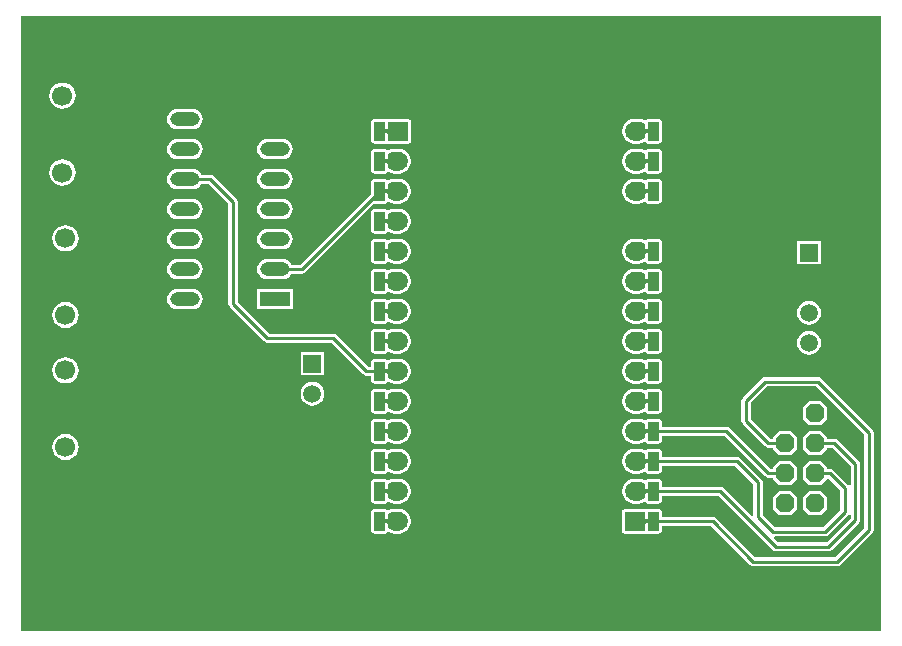
<source format=gbr>
G04 Layer_Physical_Order=2*
G04 Layer_Color=16711680*
%FSLAX26Y26*%
%MOIN*%
%TF.FileFunction,Copper,L2,Bot,Signal*%
%TF.Part,Single*%
G01*
G75*
%TA.AperFunction,Conductor*%
%ADD15C,0.010000*%
%TA.AperFunction,ComponentPad*%
%ADD16C,0.066929*%
%ADD17R,0.059055X0.059055*%
%ADD18C,0.059055*%
%ADD19C,0.059055*%
%ADD20R,0.062000X0.062000*%
G04:AMPARAMS|DCode=21|XSize=62mil|YSize=62mil|CornerRadius=0mil|HoleSize=0mil|Usage=FLASHONLY|Rotation=270.000|XOffset=0mil|YOffset=0mil|HoleType=Round|Shape=Octagon|*
%AMOCTAGOND21*
4,1,8,-0.015500,-0.031000,0.015500,-0.031000,0.031000,-0.015500,0.031000,0.015500,0.015500,0.031000,-0.015500,0.031000,-0.031000,0.015500,-0.031000,-0.015500,-0.015500,-0.031000,0.0*
%
%ADD21OCTAGOND21*%

%TA.AperFunction,ViaPad*%
%ADD22C,0.122047*%
%TA.AperFunction,ComponentPad*%
%ADD23O,0.098425X0.047244*%
%ADD24R,0.098425X0.047244*%
G36*
X5295000Y2950000D02*
X2430000D01*
Y5000000D01*
X5295000D01*
Y2950000D01*
D02*
G37*
%LPC*%
G36*
X3000591Y4088912D02*
X2949409D01*
X2940632Y4087757D01*
X2932453Y4084369D01*
X2925430Y4078979D01*
X2920041Y4071956D01*
X2916653Y4063777D01*
X2915497Y4055000D01*
X2916653Y4046223D01*
X2920041Y4038044D01*
X2925430Y4031021D01*
X2932453Y4025631D01*
X2940632Y4022243D01*
X2949409Y4021088D01*
X3000591D01*
X3009368Y4022243D01*
X3017547Y4025631D01*
X3024570Y4031021D01*
X3029959Y4038044D01*
X3033347Y4046223D01*
X3034503Y4055000D01*
X3033347Y4063777D01*
X3029959Y4071956D01*
X3024570Y4078979D01*
X3017547Y4084369D01*
X3009368Y4087757D01*
X3000591Y4088912D01*
D02*
G37*
G36*
X3334213Y4088622D02*
X3215787D01*
Y4021378D01*
X3334213D01*
Y4088622D01*
D02*
G37*
G36*
X3689053Y3456696D02*
X3674000D01*
X3673010Y3456499D01*
X3672000Y3456498D01*
X3664500Y3454998D01*
X3663910Y3454753D01*
X3663276Y3454673D01*
X3655776Y3452173D01*
X3654521Y3451457D01*
X3653197Y3450883D01*
X3649710Y3451710D01*
X3647710Y3453710D01*
X3644402Y3455920D01*
X3640500Y3456696D01*
X3607000D01*
X3603098Y3455920D01*
X3599790Y3453710D01*
X3597790Y3451710D01*
X3595580Y3448402D01*
X3594804Y3444500D01*
Y3385500D01*
X3595580Y3381598D01*
X3597790Y3378290D01*
X3599790Y3376290D01*
X3603098Y3374080D01*
X3607000Y3373304D01*
X3640500D01*
X3644402Y3374080D01*
X3647710Y3376290D01*
X3649710Y3378290D01*
X3649834Y3378477D01*
X3653197Y3379117D01*
X3654250Y3378660D01*
X3655213Y3378033D01*
X3662713Y3375033D01*
X3663956Y3374802D01*
X3665152Y3374394D01*
X3672653Y3373394D01*
X3673332Y3373437D01*
X3674000Y3373304D01*
X3689053D01*
X3690038Y3373500D01*
X3691042D01*
X3697031Y3374691D01*
X3697959Y3375076D01*
X3698944Y3375271D01*
X3704586Y3377608D01*
X3705421Y3378166D01*
X3706349Y3378551D01*
X3711426Y3381943D01*
X3712136Y3382653D01*
X3712971Y3383211D01*
X3717289Y3387529D01*
X3717847Y3388364D01*
X3718557Y3389074D01*
X3721949Y3394151D01*
X3722334Y3395079D01*
X3722892Y3395914D01*
X3725228Y3401556D01*
X3725424Y3402541D01*
X3725809Y3403468D01*
X3727000Y3409457D01*
Y3410462D01*
X3727196Y3411447D01*
Y3418553D01*
X3727000Y3419538D01*
Y3420542D01*
X3725809Y3426532D01*
X3725424Y3427459D01*
X3725228Y3428444D01*
X3722892Y3434086D01*
X3722334Y3434921D01*
X3721949Y3435849D01*
X3718557Y3440926D01*
X3717847Y3441636D01*
X3717289Y3442471D01*
X3712971Y3446789D01*
X3712136Y3447347D01*
X3711426Y3448057D01*
X3706349Y3451449D01*
X3705421Y3451834D01*
X3704586Y3452392D01*
X3698944Y3454728D01*
X3697959Y3454924D01*
X3697032Y3455309D01*
X3691043Y3456500D01*
X3690038D01*
X3689053Y3456696D01*
D02*
G37*
G36*
X2576417Y4045887D02*
X2565071Y4044393D01*
X2554497Y4040013D01*
X2545418Y4033046D01*
X2538451Y4023967D01*
X2534072Y4013394D01*
X2532578Y4002047D01*
X2534072Y3990701D01*
X2538451Y3980127D01*
X2545418Y3971048D01*
X2554497Y3964081D01*
X2565071Y3959701D01*
X2576417Y3958208D01*
X2587764Y3959701D01*
X2598337Y3964081D01*
X2607417Y3971048D01*
X2614383Y3980127D01*
X2618763Y3990701D01*
X2620257Y4002047D01*
X2618763Y4013394D01*
X2614383Y4023967D01*
X2607417Y4033046D01*
X2598337Y4040013D01*
X2587764Y4044393D01*
X2576417Y4045887D01*
D02*
G37*
G36*
X5055000Y4049869D02*
X5044681Y4048510D01*
X5035066Y4044527D01*
X5026809Y4038191D01*
X5020473Y4029934D01*
X5016490Y4020319D01*
X5015131Y4010000D01*
X5016490Y3999681D01*
X5020473Y3990066D01*
X5026809Y3981809D01*
X5035066Y3975473D01*
X5044681Y3971490D01*
X5055000Y3970131D01*
X5065319Y3971490D01*
X5074934Y3975473D01*
X5083191Y3981809D01*
X5089527Y3990066D01*
X5093510Y3999681D01*
X5094869Y4010000D01*
X5093510Y4020319D01*
X5089527Y4029934D01*
X5083191Y4038191D01*
X5074934Y4044527D01*
X5065319Y4048510D01*
X5055000Y4049869D01*
D02*
G37*
G36*
X2576417Y3605887D02*
X2565071Y3604393D01*
X2554497Y3600013D01*
X2545418Y3593046D01*
X2538451Y3583967D01*
X2534072Y3573394D01*
X2532578Y3562047D01*
X2534072Y3550701D01*
X2538451Y3540127D01*
X2545418Y3531048D01*
X2554497Y3524081D01*
X2565071Y3519701D01*
X2576417Y3518208D01*
X2587764Y3519701D01*
X2598337Y3524081D01*
X2607417Y3531048D01*
X2614383Y3540127D01*
X2618763Y3550701D01*
X2620257Y3562047D01*
X2618763Y3573394D01*
X2614383Y3583967D01*
X2607417Y3593046D01*
X2598337Y3600013D01*
X2587764Y3604393D01*
X2576417Y3605887D01*
D02*
G37*
G36*
X3689053Y4056696D02*
X3674000D01*
X3673010Y4056499D01*
X3672000Y4056498D01*
X3664500Y4054998D01*
X3663910Y4054753D01*
X3663276Y4054673D01*
X3655776Y4052173D01*
X3654521Y4051457D01*
X3653197Y4050883D01*
X3649710Y4051710D01*
X3647710Y4053710D01*
X3644402Y4055920D01*
X3640500Y4056696D01*
X3607000D01*
X3603098Y4055920D01*
X3599790Y4053710D01*
X3597790Y4051710D01*
X3595580Y4048402D01*
X3594804Y4044500D01*
Y3985500D01*
X3595580Y3981598D01*
X3597790Y3978290D01*
X3599790Y3976290D01*
X3603098Y3974080D01*
X3607000Y3973304D01*
X3640500D01*
X3644402Y3974080D01*
X3647710Y3976290D01*
X3649710Y3978290D01*
X3649834Y3978477D01*
X3653197Y3979117D01*
X3654250Y3978660D01*
X3655213Y3978033D01*
X3662713Y3975033D01*
X3663956Y3974802D01*
X3665152Y3974394D01*
X3672653Y3973394D01*
X3673332Y3973437D01*
X3674000Y3973304D01*
X3689053D01*
X3690038Y3973500D01*
X3691042D01*
X3697031Y3974691D01*
X3697959Y3975076D01*
X3698944Y3975271D01*
X3704586Y3977608D01*
X3705421Y3978166D01*
X3706349Y3978551D01*
X3711426Y3981943D01*
X3712136Y3982653D01*
X3712971Y3983211D01*
X3717289Y3987529D01*
X3717847Y3988364D01*
X3718557Y3989074D01*
X3721949Y3994151D01*
X3722334Y3995079D01*
X3722892Y3995914D01*
X3725228Y4001556D01*
X3725424Y4002541D01*
X3725809Y4003468D01*
X3727000Y4009457D01*
Y4010462D01*
X3727196Y4011447D01*
Y4018553D01*
X3727000Y4019538D01*
Y4020542D01*
X3725809Y4026532D01*
X3725424Y4027459D01*
X3725228Y4028444D01*
X3722892Y4034086D01*
X3722334Y4034921D01*
X3721949Y4035849D01*
X3718557Y4040926D01*
X3717847Y4041636D01*
X3717289Y4042471D01*
X3712971Y4046789D01*
X3712136Y4047347D01*
X3711426Y4048057D01*
X3706349Y4051449D01*
X3705421Y4051834D01*
X3704586Y4052392D01*
X3698944Y4054728D01*
X3697959Y4054924D01*
X3697032Y4055309D01*
X3691043Y4056500D01*
X3690038D01*
X3689053Y4056696D01*
D02*
G37*
G36*
Y4156696D02*
X3674000D01*
X3673010Y4156499D01*
X3672000Y4156498D01*
X3664500Y4154998D01*
X3663910Y4154753D01*
X3663276Y4154673D01*
X3655776Y4152173D01*
X3654521Y4151458D01*
X3653197Y4150883D01*
X3649710Y4151710D01*
X3647710Y4153710D01*
X3644402Y4155920D01*
X3640500Y4156696D01*
X3607000D01*
X3603098Y4155920D01*
X3599790Y4153710D01*
X3597790Y4151710D01*
X3595580Y4148402D01*
X3594804Y4144500D01*
Y4085500D01*
X3595580Y4081598D01*
X3597790Y4078290D01*
X3599790Y4076290D01*
X3603098Y4074080D01*
X3607000Y4073304D01*
X3640500D01*
X3644402Y4074080D01*
X3647710Y4076290D01*
X3649710Y4078290D01*
X3649834Y4078477D01*
X3653197Y4079117D01*
X3654250Y4078660D01*
X3655213Y4078033D01*
X3662713Y4075033D01*
X3663956Y4074802D01*
X3665152Y4074394D01*
X3672653Y4073394D01*
X3673332Y4073437D01*
X3674000Y4073304D01*
X3689053D01*
X3690038Y4073500D01*
X3691042D01*
X3697031Y4074691D01*
X3697959Y4075076D01*
X3698944Y4075271D01*
X3704586Y4077608D01*
X3705421Y4078166D01*
X3706349Y4078551D01*
X3711426Y4081943D01*
X3712136Y4082653D01*
X3712971Y4083211D01*
X3717289Y4087529D01*
X3717847Y4088364D01*
X3718557Y4089074D01*
X3721949Y4094151D01*
X3722334Y4095079D01*
X3722892Y4095914D01*
X3725228Y4101556D01*
X3725424Y4102541D01*
X3725809Y4103468D01*
X3727000Y4109457D01*
Y4110462D01*
X3727196Y4111447D01*
Y4118553D01*
X3727000Y4119538D01*
Y4120542D01*
X3725809Y4126532D01*
X3725424Y4127459D01*
X3725228Y4128444D01*
X3722892Y4134086D01*
X3722334Y4134921D01*
X3721949Y4135849D01*
X3718557Y4140926D01*
X3717847Y4141636D01*
X3717289Y4142471D01*
X3712971Y4146789D01*
X3712136Y4147347D01*
X3711426Y4148057D01*
X3706349Y4151449D01*
X3705421Y4151834D01*
X3704586Y4152392D01*
X3698944Y4154728D01*
X3697959Y4154924D01*
X3697032Y4155309D01*
X3691043Y4156500D01*
X3690038D01*
X3689053Y4156696D01*
D02*
G37*
G36*
X4553000D02*
X4519500D01*
X4515598Y4155920D01*
X4512290Y4153710D01*
X4510290Y4151710D01*
X4510166Y4151523D01*
X4506803Y4150883D01*
X4505750Y4151340D01*
X4504787Y4151967D01*
X4497287Y4154967D01*
X4496044Y4155198D01*
X4494848Y4155606D01*
X4487347Y4156606D01*
X4486668Y4156563D01*
X4486000Y4156696D01*
X4470947D01*
X4469962Y4156500D01*
X4468958D01*
X4462968Y4155309D01*
X4462040Y4154924D01*
X4461056Y4154728D01*
X4455414Y4152392D01*
X4454579Y4151834D01*
X4453651Y4151449D01*
X4448574Y4148057D01*
X4447864Y4147347D01*
X4447029Y4146789D01*
X4442711Y4142471D01*
X4442153Y4141636D01*
X4441443Y4140926D01*
X4438051Y4135849D01*
X4437666Y4134921D01*
X4437108Y4134086D01*
X4434771Y4128444D01*
X4434576Y4127459D01*
X4434191Y4126531D01*
X4433000Y4120542D01*
Y4119538D01*
X4432804Y4118553D01*
Y4111447D01*
X4433000Y4110462D01*
Y4109458D01*
X4434191Y4103468D01*
X4434576Y4102541D01*
X4434771Y4101556D01*
X4437108Y4095914D01*
X4437666Y4095079D01*
X4438051Y4094151D01*
X4441443Y4089074D01*
X4442153Y4088364D01*
X4442711Y4087529D01*
X4447029Y4083211D01*
X4447864Y4082653D01*
X4448574Y4081943D01*
X4453651Y4078551D01*
X4454579Y4078166D01*
X4455414Y4077608D01*
X4461056Y4075271D01*
X4462041Y4075076D01*
X4462968Y4074691D01*
X4468958Y4073500D01*
X4469962D01*
X4470947Y4073304D01*
X4486000D01*
X4486990Y4073501D01*
X4488000Y4073502D01*
X4495500Y4075002D01*
X4496090Y4075247D01*
X4496724Y4075327D01*
X4504224Y4077827D01*
X4505479Y4078543D01*
X4506803Y4079117D01*
X4510166Y4078477D01*
X4510290Y4078290D01*
X4512290Y4076290D01*
X4515598Y4074080D01*
X4519500Y4073304D01*
X4553000D01*
X4556902Y4074080D01*
X4560210Y4076290D01*
X4562210Y4078290D01*
X4564420Y4081598D01*
X4565196Y4085500D01*
Y4144500D01*
X4564420Y4148402D01*
X4562210Y4151710D01*
X4560210Y4153710D01*
X4556902Y4155920D01*
X4553000Y4156696D01*
D02*
G37*
G36*
X5094528Y4249528D02*
X5015472D01*
Y4170472D01*
X5094528D01*
Y4249528D01*
D02*
G37*
G36*
X4553000Y4056696D02*
X4519500D01*
X4515598Y4055920D01*
X4512290Y4053710D01*
X4510290Y4051710D01*
X4510166Y4051523D01*
X4506803Y4050883D01*
X4505750Y4051340D01*
X4504787Y4051967D01*
X4497287Y4054967D01*
X4496044Y4055198D01*
X4494848Y4055606D01*
X4487347Y4056606D01*
X4486668Y4056563D01*
X4486000Y4056696D01*
X4470947D01*
X4469962Y4056500D01*
X4468958D01*
X4462968Y4055309D01*
X4462040Y4054924D01*
X4461056Y4054728D01*
X4455414Y4052392D01*
X4454579Y4051834D01*
X4453651Y4051449D01*
X4448574Y4048057D01*
X4447864Y4047347D01*
X4447029Y4046789D01*
X4442711Y4042471D01*
X4442153Y4041636D01*
X4441443Y4040926D01*
X4438051Y4035849D01*
X4437666Y4034921D01*
X4437108Y4034086D01*
X4434771Y4028444D01*
X4434576Y4027459D01*
X4434191Y4026531D01*
X4433000Y4020542D01*
Y4019538D01*
X4432804Y4018553D01*
Y4011447D01*
X4433000Y4010462D01*
Y4009458D01*
X4434191Y4003468D01*
X4434576Y4002541D01*
X4434771Y4001556D01*
X4437108Y3995914D01*
X4437666Y3995079D01*
X4438051Y3994151D01*
X4441443Y3989074D01*
X4442153Y3988364D01*
X4442711Y3987529D01*
X4447029Y3983211D01*
X4447864Y3982653D01*
X4448574Y3981943D01*
X4453651Y3978551D01*
X4454579Y3978166D01*
X4455414Y3977608D01*
X4461056Y3975271D01*
X4462041Y3975076D01*
X4462968Y3974691D01*
X4468958Y3973500D01*
X4469962D01*
X4470947Y3973304D01*
X4486000D01*
X4486990Y3973501D01*
X4488000Y3973502D01*
X4495500Y3975002D01*
X4496090Y3975247D01*
X4496724Y3975327D01*
X4504224Y3977827D01*
X4505479Y3978543D01*
X4506803Y3979117D01*
X4510166Y3978477D01*
X4510290Y3978290D01*
X4512290Y3976290D01*
X4515598Y3974080D01*
X4519500Y3973304D01*
X4553000D01*
X4556902Y3974080D01*
X4560210Y3976290D01*
X4562210Y3978290D01*
X4564420Y3981598D01*
X4565196Y3985500D01*
Y4044500D01*
X4564420Y4048402D01*
X4562210Y4051710D01*
X4560210Y4053710D01*
X4556902Y4055920D01*
X4553000Y4056696D01*
D02*
G37*
G36*
X5095500Y3616000D02*
X5054500D01*
X5034000Y3595500D01*
Y3554500D01*
X5054500Y3534000D01*
X5095500D01*
X5116000Y3554500D01*
Y3559706D01*
X5133665D01*
X5194706Y3498665D01*
Y3435092D01*
X5193750Y3434431D01*
X5185814Y3435814D01*
X5135814Y3485814D01*
X5130853Y3489130D01*
X5125000Y3490294D01*
X5116000D01*
Y3495500D01*
X5095500Y3516000D01*
X5054500D01*
X5034000Y3495500D01*
Y3454500D01*
X5054500Y3434000D01*
X5095500D01*
X5116000Y3454500D01*
X5121905Y3456466D01*
X5159706Y3418665D01*
Y3351335D01*
X5103665Y3295294D01*
X4941335D01*
X4900294Y3336335D01*
Y3445000D01*
X4899130Y3450853D01*
X4895814Y3455814D01*
X4825814Y3525814D01*
X4820853Y3529130D01*
X4815000Y3530294D01*
X4565196D01*
Y3544500D01*
X4564420Y3548402D01*
X4562210Y3551710D01*
X4560210Y3553710D01*
X4556902Y3555920D01*
X4553000Y3556696D01*
X4519500D01*
X4515598Y3555920D01*
X4512290Y3553710D01*
X4510290Y3551710D01*
X4510166Y3551523D01*
X4506803Y3550883D01*
X4505750Y3551340D01*
X4504787Y3551967D01*
X4497287Y3554967D01*
X4496044Y3555198D01*
X4494848Y3555606D01*
X4487347Y3556606D01*
X4486668Y3556563D01*
X4486000Y3556696D01*
X4470947D01*
X4469962Y3556500D01*
X4468958D01*
X4462968Y3555309D01*
X4462040Y3554924D01*
X4461056Y3554728D01*
X4455414Y3552392D01*
X4454579Y3551834D01*
X4453651Y3551449D01*
X4448574Y3548057D01*
X4447864Y3547347D01*
X4447029Y3546789D01*
X4442711Y3542471D01*
X4442153Y3541636D01*
X4441443Y3540926D01*
X4438051Y3535849D01*
X4437666Y3534921D01*
X4437108Y3534086D01*
X4434771Y3528444D01*
X4434576Y3527459D01*
X4434191Y3526531D01*
X4433000Y3520542D01*
Y3519538D01*
X4432804Y3518553D01*
Y3511447D01*
X4433000Y3510462D01*
Y3509458D01*
X4434191Y3503468D01*
X4434576Y3502541D01*
X4434771Y3501556D01*
X4437108Y3495914D01*
X4437666Y3495079D01*
X4438051Y3494151D01*
X4441443Y3489074D01*
X4442153Y3488364D01*
X4442711Y3487529D01*
X4447029Y3483211D01*
X4447864Y3482653D01*
X4448574Y3481943D01*
X4453651Y3478551D01*
X4454579Y3478166D01*
X4455414Y3477608D01*
X4461056Y3475271D01*
X4462041Y3475076D01*
X4462968Y3474691D01*
X4468958Y3473500D01*
X4469962D01*
X4470947Y3473304D01*
X4486000D01*
X4486990Y3473501D01*
X4488000Y3473502D01*
X4495500Y3475002D01*
X4496090Y3475247D01*
X4496724Y3475327D01*
X4504224Y3477827D01*
X4505479Y3478543D01*
X4506803Y3479117D01*
X4510166Y3478477D01*
X4510290Y3478290D01*
X4512290Y3476290D01*
X4515598Y3474080D01*
X4519500Y3473304D01*
X4553000D01*
X4556902Y3474080D01*
X4560210Y3476290D01*
X4562210Y3478290D01*
X4564420Y3481598D01*
X4565196Y3485500D01*
Y3499706D01*
X4808665D01*
X4869706Y3438665D01*
Y3335274D01*
X4863801Y3332828D01*
X4770814Y3425814D01*
X4765853Y3429130D01*
X4760000Y3430294D01*
X4565196D01*
Y3444500D01*
X4564420Y3448402D01*
X4562210Y3451710D01*
X4560210Y3453710D01*
X4556902Y3455920D01*
X4553000Y3456696D01*
X4519500D01*
X4515598Y3455920D01*
X4512290Y3453710D01*
X4510290Y3451710D01*
X4510166Y3451523D01*
X4506803Y3450883D01*
X4505750Y3451340D01*
X4504787Y3451967D01*
X4497287Y3454967D01*
X4496044Y3455198D01*
X4494848Y3455606D01*
X4487347Y3456606D01*
X4486668Y3456563D01*
X4486000Y3456696D01*
X4470947D01*
X4469962Y3456500D01*
X4468958D01*
X4462968Y3455309D01*
X4462040Y3454924D01*
X4461056Y3454728D01*
X4455414Y3452392D01*
X4454579Y3451834D01*
X4453651Y3451449D01*
X4448574Y3448057D01*
X4447864Y3447347D01*
X4447029Y3446789D01*
X4442711Y3442471D01*
X4442153Y3441636D01*
X4441443Y3440926D01*
X4438051Y3435849D01*
X4437666Y3434921D01*
X4437108Y3434086D01*
X4434771Y3428444D01*
X4434576Y3427459D01*
X4434191Y3426531D01*
X4433000Y3420542D01*
Y3419538D01*
X4432804Y3418553D01*
Y3411447D01*
X4433000Y3410462D01*
Y3409458D01*
X4434191Y3403468D01*
X4434576Y3402541D01*
X4434771Y3401556D01*
X4437108Y3395914D01*
X4437666Y3395079D01*
X4438051Y3394151D01*
X4441443Y3389074D01*
X4442153Y3388364D01*
X4442711Y3387529D01*
X4447029Y3383211D01*
X4447864Y3382653D01*
X4448574Y3381943D01*
X4453651Y3378551D01*
X4454579Y3378166D01*
X4455414Y3377608D01*
X4461056Y3375271D01*
X4462041Y3375076D01*
X4462968Y3374691D01*
X4468958Y3373500D01*
X4469962D01*
X4470947Y3373304D01*
X4486000D01*
X4486990Y3373501D01*
X4488000Y3373502D01*
X4495500Y3375002D01*
X4496090Y3375247D01*
X4496724Y3375327D01*
X4504224Y3377827D01*
X4505479Y3378543D01*
X4506803Y3379117D01*
X4510166Y3378477D01*
X4510290Y3378290D01*
X4512290Y3376290D01*
X4515598Y3374080D01*
X4519500Y3373304D01*
X4553000D01*
X4556902Y3374080D01*
X4560210Y3376290D01*
X4562210Y3378290D01*
X4564420Y3381598D01*
X4565196Y3385500D01*
Y3399706D01*
X4753665D01*
X4934186Y3219186D01*
X4939147Y3215870D01*
X4945000Y3214706D01*
X5120000D01*
X5125853Y3215870D01*
X5130814Y3219186D01*
X5220814Y3309186D01*
X5224130Y3314147D01*
X5225294Y3320000D01*
Y3505000D01*
X5224130Y3510853D01*
X5220814Y3515814D01*
X5150814Y3585814D01*
X5145853Y3589130D01*
X5140000Y3590294D01*
X5116000D01*
Y3595500D01*
X5095500Y3616000D01*
D02*
G37*
G36*
X3000591Y4188912D02*
X2949409D01*
X2940632Y4187757D01*
X2932453Y4184369D01*
X2925430Y4178980D01*
X2920041Y4171956D01*
X2916653Y4163777D01*
X2915497Y4155000D01*
X2916653Y4146223D01*
X2920041Y4138044D01*
X2925430Y4131020D01*
X2932453Y4125631D01*
X2940632Y4122243D01*
X2949409Y4121088D01*
X3000591D01*
X3009368Y4122243D01*
X3017547Y4125631D01*
X3024570Y4131020D01*
X3029959Y4138044D01*
X3033347Y4146223D01*
X3034503Y4155000D01*
X3033347Y4163777D01*
X3029959Y4171956D01*
X3024570Y4178980D01*
X3017547Y4184369D01*
X3009368Y4187757D01*
X3000591Y4188912D01*
D02*
G37*
G36*
X4553000Y3956696D02*
X4519500D01*
X4515598Y3955920D01*
X4512290Y3953710D01*
X4510290Y3951710D01*
X4510166Y3951523D01*
X4506803Y3950883D01*
X4505750Y3951340D01*
X4504787Y3951967D01*
X4497287Y3954967D01*
X4496044Y3955198D01*
X4494848Y3955606D01*
X4487347Y3956606D01*
X4486668Y3956563D01*
X4486000Y3956696D01*
X4470947D01*
X4469962Y3956500D01*
X4468958D01*
X4462968Y3955309D01*
X4462040Y3954924D01*
X4461056Y3954728D01*
X4455414Y3952392D01*
X4454579Y3951834D01*
X4453651Y3951449D01*
X4448574Y3948057D01*
X4447864Y3947347D01*
X4447029Y3946789D01*
X4442711Y3942471D01*
X4442153Y3941636D01*
X4441443Y3940926D01*
X4438051Y3935849D01*
X4437666Y3934921D01*
X4437108Y3934086D01*
X4434771Y3928444D01*
X4434576Y3927459D01*
X4434191Y3926531D01*
X4433000Y3920542D01*
Y3919538D01*
X4432804Y3918553D01*
Y3911447D01*
X4433000Y3910462D01*
Y3909458D01*
X4434191Y3903468D01*
X4434576Y3902541D01*
X4434771Y3901556D01*
X4437108Y3895914D01*
X4437666Y3895079D01*
X4438051Y3894151D01*
X4441443Y3889074D01*
X4442153Y3888364D01*
X4442711Y3887529D01*
X4447029Y3883211D01*
X4447864Y3882653D01*
X4448574Y3881943D01*
X4453651Y3878551D01*
X4454579Y3878166D01*
X4455414Y3877608D01*
X4461056Y3875271D01*
X4462041Y3875076D01*
X4462968Y3874691D01*
X4468958Y3873500D01*
X4469962D01*
X4470947Y3873304D01*
X4486000D01*
X4486990Y3873501D01*
X4488000Y3873502D01*
X4495500Y3875002D01*
X4496090Y3875247D01*
X4496724Y3875327D01*
X4504224Y3877827D01*
X4505479Y3878543D01*
X4506803Y3879117D01*
X4510166Y3878477D01*
X4510290Y3878290D01*
X4512290Y3876290D01*
X4515598Y3874080D01*
X4519500Y3873304D01*
X4553000D01*
X4556902Y3874080D01*
X4560210Y3876290D01*
X4562210Y3878290D01*
X4564420Y3881598D01*
X4565196Y3885500D01*
Y3944500D01*
X4564420Y3948402D01*
X4562210Y3951710D01*
X4560210Y3953710D01*
X4556902Y3955920D01*
X4553000Y3956696D01*
D02*
G37*
G36*
X5095500Y3716000D02*
X5054500D01*
X5034000Y3695500D01*
Y3654500D01*
X5054500Y3634000D01*
X5095500D01*
X5116000Y3654500D01*
Y3695500D01*
X5095500Y3716000D01*
D02*
G37*
G36*
X3689053Y3756696D02*
X3674000D01*
X3673010Y3756499D01*
X3672000Y3756498D01*
X3664500Y3754998D01*
X3663910Y3754753D01*
X3663276Y3754673D01*
X3655776Y3752173D01*
X3654521Y3751457D01*
X3653197Y3750883D01*
X3649710Y3751710D01*
X3647710Y3753710D01*
X3644402Y3755920D01*
X3640500Y3756696D01*
X3607000D01*
X3603098Y3755920D01*
X3599790Y3753710D01*
X3597790Y3751710D01*
X3595580Y3748402D01*
X3594804Y3744500D01*
Y3685500D01*
X3595580Y3681598D01*
X3597790Y3678290D01*
X3599790Y3676290D01*
X3603098Y3674080D01*
X3607000Y3673304D01*
X3640500D01*
X3644402Y3674080D01*
X3647710Y3676290D01*
X3649710Y3678290D01*
X3649834Y3678477D01*
X3653197Y3679117D01*
X3654250Y3678660D01*
X3655213Y3678033D01*
X3662713Y3675033D01*
X3663956Y3674802D01*
X3665152Y3674394D01*
X3672653Y3673394D01*
X3673332Y3673437D01*
X3674000Y3673304D01*
X3689053D01*
X3690038Y3673500D01*
X3691042D01*
X3697031Y3674691D01*
X3697959Y3675076D01*
X3698944Y3675271D01*
X3704586Y3677608D01*
X3705421Y3678166D01*
X3706349Y3678551D01*
X3711426Y3681943D01*
X3712136Y3682653D01*
X3712971Y3683211D01*
X3717289Y3687529D01*
X3717847Y3688364D01*
X3718557Y3689074D01*
X3721949Y3694151D01*
X3722334Y3695079D01*
X3722892Y3695914D01*
X3725228Y3701556D01*
X3725424Y3702541D01*
X3725809Y3703468D01*
X3727000Y3709457D01*
Y3710462D01*
X3727196Y3711447D01*
Y3718553D01*
X3727000Y3719538D01*
Y3720542D01*
X3725809Y3726532D01*
X3725424Y3727459D01*
X3725228Y3728444D01*
X3722892Y3734086D01*
X3722334Y3734921D01*
X3721949Y3735849D01*
X3718557Y3740926D01*
X3717847Y3741636D01*
X3717289Y3742471D01*
X3712971Y3746789D01*
X3712136Y3747347D01*
X3711426Y3748057D01*
X3706349Y3751449D01*
X3705421Y3751834D01*
X3704586Y3752392D01*
X3698944Y3754728D01*
X3697959Y3754924D01*
X3697032Y3755309D01*
X3691043Y3756500D01*
X3690038D01*
X3689053Y3756696D01*
D02*
G37*
G36*
X4553000D02*
X4519500D01*
X4515598Y3755920D01*
X4512290Y3753710D01*
X4510290Y3751710D01*
X4510166Y3751523D01*
X4506803Y3750883D01*
X4505750Y3751340D01*
X4504787Y3751967D01*
X4497287Y3754967D01*
X4496044Y3755198D01*
X4494848Y3755606D01*
X4487347Y3756606D01*
X4486668Y3756563D01*
X4486000Y3756696D01*
X4470947D01*
X4469962Y3756500D01*
X4468958D01*
X4462968Y3755309D01*
X4462040Y3754924D01*
X4461056Y3754728D01*
X4455414Y3752392D01*
X4454579Y3751834D01*
X4453651Y3751449D01*
X4448574Y3748057D01*
X4447864Y3747347D01*
X4447029Y3746789D01*
X4442711Y3742471D01*
X4442153Y3741636D01*
X4441443Y3740926D01*
X4438051Y3735849D01*
X4437666Y3734921D01*
X4437108Y3734086D01*
X4434771Y3728444D01*
X4434576Y3727459D01*
X4434191Y3726531D01*
X4433000Y3720542D01*
Y3719538D01*
X4432804Y3718553D01*
Y3711447D01*
X4433000Y3710462D01*
Y3709458D01*
X4434191Y3703468D01*
X4434576Y3702541D01*
X4434771Y3701556D01*
X4437108Y3695914D01*
X4437666Y3695079D01*
X4438051Y3694151D01*
X4441443Y3689074D01*
X4442153Y3688364D01*
X4442711Y3687529D01*
X4447029Y3683211D01*
X4447864Y3682653D01*
X4448574Y3681943D01*
X4453651Y3678551D01*
X4454579Y3678166D01*
X4455414Y3677608D01*
X4461056Y3675271D01*
X4462041Y3675076D01*
X4462968Y3674691D01*
X4468958Y3673500D01*
X4469962D01*
X4470947Y3673304D01*
X4486000D01*
X4486990Y3673501D01*
X4488000Y3673502D01*
X4495500Y3675002D01*
X4496090Y3675247D01*
X4496724Y3675327D01*
X4504224Y3677827D01*
X4505479Y3678543D01*
X4506803Y3679117D01*
X4510166Y3678477D01*
X4510290Y3678290D01*
X4512290Y3676290D01*
X4515598Y3674080D01*
X4519500Y3673304D01*
X4553000D01*
X4556902Y3674080D01*
X4560210Y3676290D01*
X4562210Y3678290D01*
X4564420Y3681598D01*
X4565196Y3685500D01*
Y3744500D01*
X4564420Y3748402D01*
X4562210Y3751710D01*
X4560210Y3753710D01*
X4556902Y3755920D01*
X4553000Y3756696D01*
D02*
G37*
G36*
X3689053Y3656696D02*
X3674000D01*
X3673010Y3656499D01*
X3672000Y3656498D01*
X3664500Y3654998D01*
X3663910Y3654753D01*
X3663276Y3654673D01*
X3655776Y3652173D01*
X3654521Y3651457D01*
X3653197Y3650883D01*
X3649710Y3651710D01*
X3647710Y3653710D01*
X3644402Y3655920D01*
X3640500Y3656696D01*
X3607000D01*
X3603098Y3655920D01*
X3599790Y3653710D01*
X3597790Y3651710D01*
X3595580Y3648402D01*
X3594804Y3644500D01*
Y3585500D01*
X3595580Y3581598D01*
X3597790Y3578290D01*
X3599790Y3576290D01*
X3603098Y3574080D01*
X3607000Y3573304D01*
X3640500D01*
X3644402Y3574080D01*
X3647710Y3576290D01*
X3649710Y3578290D01*
X3649834Y3578477D01*
X3653197Y3579117D01*
X3654250Y3578660D01*
X3655213Y3578033D01*
X3662713Y3575033D01*
X3663956Y3574802D01*
X3665152Y3574394D01*
X3672653Y3573394D01*
X3673332Y3573437D01*
X3674000Y3573304D01*
X3689053D01*
X3690038Y3573500D01*
X3691042D01*
X3697031Y3574691D01*
X3697959Y3575076D01*
X3698944Y3575271D01*
X3704586Y3577608D01*
X3705421Y3578166D01*
X3706349Y3578551D01*
X3711426Y3581943D01*
X3712136Y3582653D01*
X3712971Y3583211D01*
X3717289Y3587529D01*
X3717847Y3588364D01*
X3718557Y3589074D01*
X3721949Y3594151D01*
X3722334Y3595079D01*
X3722892Y3595914D01*
X3725228Y3601556D01*
X3725424Y3602541D01*
X3725809Y3603468D01*
X3727000Y3609457D01*
Y3610462D01*
X3727196Y3611447D01*
Y3618553D01*
X3727000Y3619538D01*
Y3620542D01*
X3725809Y3626532D01*
X3725424Y3627459D01*
X3725228Y3628444D01*
X3722892Y3634086D01*
X3722334Y3634921D01*
X3721949Y3635849D01*
X3718557Y3640926D01*
X3717847Y3641636D01*
X3717289Y3642471D01*
X3712971Y3646789D01*
X3712136Y3647347D01*
X3711426Y3648057D01*
X3706349Y3651449D01*
X3705421Y3651834D01*
X3704586Y3652392D01*
X3698944Y3654728D01*
X3697959Y3654924D01*
X3697032Y3655309D01*
X3691043Y3656500D01*
X3690038D01*
X3689053Y3656696D01*
D02*
G37*
G36*
X4553000D02*
X4519500D01*
X4515598Y3655920D01*
X4512290Y3653710D01*
X4510290Y3651710D01*
X4510166Y3651523D01*
X4506803Y3650883D01*
X4505750Y3651340D01*
X4504787Y3651967D01*
X4497287Y3654967D01*
X4496044Y3655198D01*
X4494848Y3655606D01*
X4487347Y3656606D01*
X4486668Y3656563D01*
X4486000Y3656696D01*
X4470947D01*
X4469962Y3656500D01*
X4468958D01*
X4462968Y3655309D01*
X4462040Y3654924D01*
X4461056Y3654728D01*
X4455414Y3652392D01*
X4454579Y3651834D01*
X4453651Y3651449D01*
X4448574Y3648057D01*
X4447864Y3647347D01*
X4447029Y3646789D01*
X4442711Y3642471D01*
X4442153Y3641636D01*
X4441443Y3640926D01*
X4438051Y3635849D01*
X4437666Y3634921D01*
X4437108Y3634086D01*
X4434771Y3628444D01*
X4434576Y3627459D01*
X4434191Y3626531D01*
X4433000Y3620542D01*
Y3619538D01*
X4432804Y3618553D01*
Y3611447D01*
X4433000Y3610462D01*
Y3609458D01*
X4434191Y3603468D01*
X4434576Y3602541D01*
X4434771Y3601556D01*
X4437108Y3595914D01*
X4437666Y3595079D01*
X4438051Y3594151D01*
X4441443Y3589074D01*
X4442153Y3588364D01*
X4442711Y3587529D01*
X4447029Y3583211D01*
X4447864Y3582653D01*
X4448574Y3581943D01*
X4453651Y3578551D01*
X4454579Y3578166D01*
X4455414Y3577608D01*
X4461056Y3575271D01*
X4462041Y3575076D01*
X4462968Y3574691D01*
X4468958Y3573500D01*
X4469962D01*
X4470947Y3573304D01*
X4486000D01*
X4486990Y3573501D01*
X4488000Y3573502D01*
X4495500Y3575002D01*
X4496090Y3575247D01*
X4496724Y3575327D01*
X4504224Y3577827D01*
X4505479Y3578543D01*
X4506803Y3579117D01*
X4510166Y3578477D01*
X4510290Y3578290D01*
X4512290Y3576290D01*
X4515598Y3574080D01*
X4519500Y3573304D01*
X4553000D01*
X4556902Y3574080D01*
X4560210Y3576290D01*
X4562210Y3578290D01*
X4564420Y3581598D01*
X4565196Y3585500D01*
Y3599706D01*
X4773665D01*
X4909186Y3464186D01*
X4914147Y3460870D01*
X4920000Y3459706D01*
X4934000D01*
Y3454500D01*
X4954500Y3434000D01*
X4995500D01*
X5016000Y3454500D01*
Y3495500D01*
X4995500Y3516000D01*
X4954500D01*
X4934000Y3495500D01*
Y3490294D01*
X4926335D01*
X4790814Y3625814D01*
X4785853Y3629130D01*
X4780000Y3630294D01*
X4565196D01*
Y3644500D01*
X4564420Y3648402D01*
X4562210Y3651710D01*
X4560210Y3653710D01*
X4556902Y3655920D01*
X4553000Y3656696D01*
D02*
G37*
G36*
X3400000Y3779869D02*
X3389681Y3778510D01*
X3380066Y3774527D01*
X3371809Y3768191D01*
X3365473Y3759934D01*
X3361490Y3750319D01*
X3360131Y3740000D01*
X3361490Y3729681D01*
X3365473Y3720066D01*
X3371809Y3711809D01*
X3380066Y3705473D01*
X3389681Y3701490D01*
X3400000Y3700131D01*
X3410319Y3701490D01*
X3419934Y3705473D01*
X3428191Y3711809D01*
X3434527Y3720066D01*
X3438510Y3729681D01*
X3439869Y3740000D01*
X3438510Y3750319D01*
X3434527Y3759934D01*
X3428191Y3768191D01*
X3419934Y3774527D01*
X3410319Y3778510D01*
X3400000Y3779869D01*
D02*
G37*
G36*
X3000591Y4488912D02*
X2949409D01*
X2940632Y4487757D01*
X2932453Y4484369D01*
X2925430Y4478980D01*
X2920041Y4471956D01*
X2916653Y4463777D01*
X2915497Y4455000D01*
X2916653Y4446223D01*
X2920041Y4438044D01*
X2925430Y4431020D01*
X2932453Y4425631D01*
X2940632Y4422243D01*
X2949409Y4421088D01*
X3000591D01*
X3009368Y4422243D01*
X3017547Y4425631D01*
X3024570Y4431020D01*
X3029959Y4438044D01*
X3030648Y4439706D01*
X3053665D01*
X3119706Y4373665D01*
Y4040000D01*
X3120870Y4034147D01*
X3124186Y4029186D01*
X3239186Y3914186D01*
X3244147Y3910870D01*
X3250000Y3909706D01*
X3463665D01*
X3569186Y3804186D01*
X3574147Y3800870D01*
X3580000Y3799706D01*
X3594804D01*
Y3785500D01*
X3595580Y3781598D01*
X3597790Y3778290D01*
X3599790Y3776290D01*
X3603098Y3774080D01*
X3607000Y3773304D01*
X3640500D01*
X3644402Y3774080D01*
X3647710Y3776290D01*
X3649710Y3778290D01*
X3649834Y3778477D01*
X3653197Y3779117D01*
X3654250Y3778660D01*
X3655213Y3778033D01*
X3662713Y3775033D01*
X3663956Y3774802D01*
X3665152Y3774394D01*
X3672653Y3773394D01*
X3673332Y3773437D01*
X3674000Y3773304D01*
X3689053D01*
X3690038Y3773500D01*
X3691042D01*
X3697031Y3774691D01*
X3697959Y3775076D01*
X3698944Y3775271D01*
X3704586Y3777608D01*
X3705421Y3778166D01*
X3706349Y3778551D01*
X3711426Y3781943D01*
X3712136Y3782653D01*
X3712971Y3783211D01*
X3717289Y3787529D01*
X3717847Y3788364D01*
X3718557Y3789074D01*
X3721949Y3794151D01*
X3722334Y3795079D01*
X3722892Y3795914D01*
X3725228Y3801556D01*
X3725424Y3802541D01*
X3725809Y3803468D01*
X3727000Y3809457D01*
Y3810462D01*
X3727196Y3811447D01*
Y3818553D01*
X3727000Y3819538D01*
Y3820542D01*
X3725809Y3826532D01*
X3725424Y3827459D01*
X3725228Y3828444D01*
X3722892Y3834086D01*
X3722334Y3834921D01*
X3721949Y3835849D01*
X3718557Y3840926D01*
X3717847Y3841636D01*
X3717289Y3842471D01*
X3712971Y3846789D01*
X3712136Y3847347D01*
X3711426Y3848057D01*
X3706349Y3851449D01*
X3705421Y3851834D01*
X3704586Y3852392D01*
X3698944Y3854728D01*
X3697959Y3854924D01*
X3697032Y3855309D01*
X3691043Y3856500D01*
X3690038D01*
X3689053Y3856696D01*
X3674000D01*
X3673010Y3856499D01*
X3672000Y3856498D01*
X3664500Y3854998D01*
X3663910Y3854753D01*
X3663276Y3854673D01*
X3655776Y3852173D01*
X3654521Y3851457D01*
X3653197Y3850883D01*
X3649710Y3851710D01*
X3647710Y3853710D01*
X3644402Y3855920D01*
X3640500Y3856696D01*
X3607000D01*
X3603098Y3855920D01*
X3599790Y3853710D01*
X3597790Y3851710D01*
X3595580Y3848402D01*
X3594804Y3844500D01*
Y3830294D01*
X3586335D01*
X3480814Y3935814D01*
X3475853Y3939130D01*
X3470000Y3940294D01*
X3256335D01*
X3150294Y4046335D01*
Y4380000D01*
X3149130Y4385853D01*
X3145814Y4390814D01*
X3070814Y4465814D01*
X3065853Y4469130D01*
X3060000Y4470294D01*
X3030648D01*
X3029959Y4471956D01*
X3024570Y4478980D01*
X3017547Y4484369D01*
X3009368Y4487757D01*
X3000591Y4488912D01*
D02*
G37*
G36*
X4553000Y3856696D02*
X4519500D01*
X4515598Y3855920D01*
X4512290Y3853710D01*
X4510290Y3851710D01*
X4510166Y3851523D01*
X4506803Y3850883D01*
X4505750Y3851340D01*
X4504787Y3851967D01*
X4497287Y3854967D01*
X4496044Y3855198D01*
X4494848Y3855606D01*
X4487347Y3856606D01*
X4486668Y3856563D01*
X4486000Y3856696D01*
X4470947D01*
X4469962Y3856500D01*
X4468958D01*
X4462968Y3855309D01*
X4462040Y3854924D01*
X4461056Y3854728D01*
X4455414Y3852392D01*
X4454579Y3851834D01*
X4453651Y3851449D01*
X4448574Y3848057D01*
X4447864Y3847347D01*
X4447029Y3846789D01*
X4442711Y3842471D01*
X4442153Y3841636D01*
X4441443Y3840926D01*
X4438051Y3835849D01*
X4437666Y3834921D01*
X4437108Y3834086D01*
X4434771Y3828444D01*
X4434576Y3827459D01*
X4434191Y3826531D01*
X4433000Y3820542D01*
Y3819538D01*
X4432804Y3818553D01*
Y3811447D01*
X4433000Y3810462D01*
Y3809458D01*
X4434191Y3803468D01*
X4434576Y3802541D01*
X4434771Y3801556D01*
X4437108Y3795914D01*
X4437666Y3795079D01*
X4438051Y3794151D01*
X4441443Y3789074D01*
X4442153Y3788364D01*
X4442711Y3787529D01*
X4447029Y3783211D01*
X4447864Y3782653D01*
X4448574Y3781943D01*
X4453651Y3778551D01*
X4454579Y3778166D01*
X4455414Y3777608D01*
X4461056Y3775271D01*
X4462041Y3775076D01*
X4462968Y3774691D01*
X4468958Y3773500D01*
X4469962D01*
X4470947Y3773304D01*
X4486000D01*
X4486990Y3773501D01*
X4488000Y3773502D01*
X4495500Y3775002D01*
X4496090Y3775247D01*
X4496724Y3775327D01*
X4504224Y3777827D01*
X4505479Y3778543D01*
X4506803Y3779117D01*
X4510166Y3778477D01*
X4510290Y3778290D01*
X4512290Y3776290D01*
X4515598Y3774080D01*
X4519500Y3773304D01*
X4553000D01*
X4556902Y3774080D01*
X4560210Y3776290D01*
X4562210Y3778290D01*
X4564420Y3781598D01*
X4565196Y3785500D01*
Y3844500D01*
X4564420Y3848402D01*
X4562210Y3851710D01*
X4560210Y3853710D01*
X4556902Y3855920D01*
X4553000Y3856696D01*
D02*
G37*
G36*
X5055000Y3949869D02*
X5044681Y3948510D01*
X5035066Y3944527D01*
X5026809Y3938191D01*
X5020473Y3929934D01*
X5016490Y3920319D01*
X5015131Y3910000D01*
X5016490Y3899681D01*
X5020473Y3890066D01*
X5026809Y3881809D01*
X5035066Y3875473D01*
X5044681Y3871490D01*
X5055000Y3870131D01*
X5065319Y3871490D01*
X5074934Y3875473D01*
X5083191Y3881809D01*
X5089527Y3890066D01*
X5093510Y3899681D01*
X5094869Y3910000D01*
X5093510Y3920319D01*
X5089527Y3929934D01*
X5083191Y3938191D01*
X5074934Y3944527D01*
X5065319Y3948510D01*
X5055000Y3949869D01*
D02*
G37*
G36*
X3689053Y3956696D02*
X3674000D01*
X3673010Y3956499D01*
X3672000Y3956498D01*
X3664500Y3954998D01*
X3663910Y3954753D01*
X3663276Y3954673D01*
X3655776Y3952173D01*
X3654521Y3951457D01*
X3653197Y3950883D01*
X3649710Y3951710D01*
X3647710Y3953710D01*
X3644402Y3955920D01*
X3640500Y3956696D01*
X3607000D01*
X3603098Y3955920D01*
X3599790Y3953710D01*
X3597790Y3951710D01*
X3595580Y3948402D01*
X3594804Y3944500D01*
Y3885500D01*
X3595580Y3881598D01*
X3597790Y3878290D01*
X3599790Y3876290D01*
X3603098Y3874080D01*
X3607000Y3873304D01*
X3640500D01*
X3644402Y3874080D01*
X3647710Y3876290D01*
X3649710Y3878290D01*
X3649834Y3878477D01*
X3653197Y3879117D01*
X3654250Y3878660D01*
X3655213Y3878033D01*
X3662713Y3875033D01*
X3663956Y3874802D01*
X3665152Y3874394D01*
X3672653Y3873394D01*
X3673332Y3873437D01*
X3674000Y3873304D01*
X3689053D01*
X3690038Y3873500D01*
X3691042D01*
X3697031Y3874691D01*
X3697959Y3875076D01*
X3698944Y3875271D01*
X3704586Y3877608D01*
X3705421Y3878166D01*
X3706349Y3878551D01*
X3711426Y3881943D01*
X3712136Y3882653D01*
X3712971Y3883211D01*
X3717289Y3887529D01*
X3717847Y3888364D01*
X3718557Y3889074D01*
X3721949Y3894151D01*
X3722334Y3895079D01*
X3722892Y3895914D01*
X3725228Y3901556D01*
X3725424Y3902541D01*
X3725809Y3903468D01*
X3727000Y3909457D01*
Y3910462D01*
X3727196Y3911447D01*
Y3918553D01*
X3727000Y3919538D01*
Y3920542D01*
X3725809Y3926532D01*
X3725424Y3927459D01*
X3725228Y3928444D01*
X3722892Y3934086D01*
X3722334Y3934921D01*
X3721949Y3935849D01*
X3718557Y3940926D01*
X3717847Y3941636D01*
X3717289Y3942471D01*
X3712971Y3946789D01*
X3712136Y3947347D01*
X3711426Y3948057D01*
X3706349Y3951449D01*
X3705421Y3951834D01*
X3704586Y3952392D01*
X3698944Y3954728D01*
X3697959Y3954924D01*
X3697032Y3955309D01*
X3691043Y3956500D01*
X3690038D01*
X3689053Y3956696D01*
D02*
G37*
G36*
X2576417Y3861792D02*
X2565071Y3860299D01*
X2554497Y3855919D01*
X2545418Y3848952D01*
X2538451Y3839873D01*
X2534072Y3829299D01*
X2532578Y3817953D01*
X2534072Y3806606D01*
X2538451Y3796033D01*
X2545418Y3786954D01*
X2554497Y3779987D01*
X2565071Y3775607D01*
X2576417Y3774113D01*
X2587764Y3775607D01*
X2598337Y3779987D01*
X2607417Y3786954D01*
X2614383Y3796033D01*
X2618763Y3806606D01*
X2620257Y3817953D01*
X2618763Y3829299D01*
X2614383Y3839873D01*
X2607417Y3848952D01*
X2598337Y3855919D01*
X2587764Y3860299D01*
X2576417Y3861792D01*
D02*
G37*
G36*
X3439528Y3879528D02*
X3360472D01*
Y3800472D01*
X3439528D01*
Y3879528D01*
D02*
G37*
G36*
X3689053Y3556696D02*
X3674000D01*
X3673010Y3556499D01*
X3672000Y3556498D01*
X3664500Y3554998D01*
X3663910Y3554753D01*
X3663276Y3554673D01*
X3655776Y3552173D01*
X3654521Y3551457D01*
X3653197Y3550883D01*
X3649710Y3551710D01*
X3647710Y3553710D01*
X3644402Y3555920D01*
X3640500Y3556696D01*
X3607000D01*
X3603098Y3555920D01*
X3599790Y3553710D01*
X3597790Y3551710D01*
X3595580Y3548402D01*
X3594804Y3544500D01*
Y3485500D01*
X3595580Y3481598D01*
X3597790Y3478290D01*
X3599790Y3476290D01*
X3603098Y3474080D01*
X3607000Y3473304D01*
X3640500D01*
X3644402Y3474080D01*
X3647710Y3476290D01*
X3649710Y3478290D01*
X3649834Y3478477D01*
X3653197Y3479117D01*
X3654250Y3478660D01*
X3655213Y3478033D01*
X3662713Y3475033D01*
X3663956Y3474802D01*
X3665152Y3474394D01*
X3672653Y3473394D01*
X3673332Y3473437D01*
X3674000Y3473304D01*
X3689053D01*
X3690038Y3473500D01*
X3691042D01*
X3697031Y3474691D01*
X3697959Y3475076D01*
X3698944Y3475271D01*
X3704586Y3477608D01*
X3705421Y3478166D01*
X3706349Y3478551D01*
X3711426Y3481943D01*
X3712136Y3482653D01*
X3712971Y3483211D01*
X3717289Y3487529D01*
X3717847Y3488364D01*
X3718557Y3489074D01*
X3721949Y3494151D01*
X3722334Y3495079D01*
X3722892Y3495914D01*
X3725228Y3501556D01*
X3725424Y3502541D01*
X3725809Y3503468D01*
X3727000Y3509457D01*
Y3510462D01*
X3727196Y3511447D01*
Y3518553D01*
X3727000Y3519538D01*
Y3520542D01*
X3725809Y3526532D01*
X3725424Y3527459D01*
X3725228Y3528444D01*
X3722892Y3534086D01*
X3722334Y3534921D01*
X3721949Y3535849D01*
X3718557Y3540926D01*
X3717847Y3541636D01*
X3717289Y3542471D01*
X3712971Y3546789D01*
X3712136Y3547347D01*
X3711426Y3548057D01*
X3706349Y3551449D01*
X3705421Y3551834D01*
X3704586Y3552392D01*
X3698944Y3554728D01*
X3697959Y3554924D01*
X3697032Y3555309D01*
X3691043Y3556500D01*
X3690038D01*
X3689053Y3556696D01*
D02*
G37*
G36*
X2576417Y4301792D02*
X2565071Y4300299D01*
X2554497Y4295919D01*
X2545418Y4288952D01*
X2538451Y4279873D01*
X2534072Y4269299D01*
X2532578Y4257953D01*
X2534072Y4246606D01*
X2538451Y4236033D01*
X2545418Y4226953D01*
X2554497Y4219987D01*
X2565071Y4215607D01*
X2576417Y4214113D01*
X2587764Y4215607D01*
X2598337Y4219987D01*
X2607417Y4226953D01*
X2614383Y4236033D01*
X2618763Y4246606D01*
X2620257Y4257953D01*
X2618763Y4269299D01*
X2614383Y4279873D01*
X2607417Y4288952D01*
X2598337Y4295919D01*
X2587764Y4300299D01*
X2576417Y4301792D01*
D02*
G37*
G36*
X4553000Y4456696D02*
X4519500D01*
X4515598Y4455920D01*
X4512290Y4453710D01*
X4510290Y4451710D01*
X4510166Y4451523D01*
X4506803Y4450883D01*
X4505750Y4451340D01*
X4504787Y4451967D01*
X4497287Y4454967D01*
X4496044Y4455198D01*
X4494848Y4455606D01*
X4487347Y4456606D01*
X4486668Y4456563D01*
X4486000Y4456696D01*
X4470947D01*
X4469962Y4456500D01*
X4468958D01*
X4462968Y4455309D01*
X4462040Y4454924D01*
X4461056Y4454728D01*
X4455414Y4452392D01*
X4454579Y4451834D01*
X4453651Y4451449D01*
X4448574Y4448057D01*
X4447864Y4447347D01*
X4447029Y4446789D01*
X4442711Y4442471D01*
X4442153Y4441636D01*
X4441443Y4440926D01*
X4438051Y4435849D01*
X4437666Y4434921D01*
X4437108Y4434086D01*
X4434771Y4428444D01*
X4434576Y4427459D01*
X4434191Y4426531D01*
X4433000Y4420542D01*
Y4419538D01*
X4432804Y4418553D01*
Y4411447D01*
X4433000Y4410462D01*
Y4409458D01*
X4434191Y4403468D01*
X4434576Y4402541D01*
X4434771Y4401556D01*
X4437108Y4395914D01*
X4437666Y4395079D01*
X4438051Y4394151D01*
X4441443Y4389074D01*
X4442153Y4388364D01*
X4442711Y4387529D01*
X4447029Y4383211D01*
X4447864Y4382653D01*
X4448574Y4381943D01*
X4453651Y4378551D01*
X4454579Y4378166D01*
X4455414Y4377608D01*
X4461056Y4375271D01*
X4462041Y4375076D01*
X4462968Y4374691D01*
X4468958Y4373500D01*
X4469962D01*
X4470947Y4373304D01*
X4486000D01*
X4486990Y4373501D01*
X4488000Y4373502D01*
X4495500Y4375002D01*
X4496090Y4375247D01*
X4496724Y4375327D01*
X4504224Y4377827D01*
X4505479Y4378542D01*
X4506803Y4379117D01*
X4510166Y4378477D01*
X4510290Y4378290D01*
X4512290Y4376290D01*
X4515598Y4374080D01*
X4519500Y4373304D01*
X4553000D01*
X4556902Y4374080D01*
X4560210Y4376290D01*
X4562210Y4378290D01*
X4564420Y4381598D01*
X4565196Y4385500D01*
Y4444500D01*
X4564420Y4448402D01*
X4562210Y4451710D01*
X4560210Y4453710D01*
X4556902Y4455920D01*
X4553000Y4456696D01*
D02*
G37*
G36*
X3000591Y4588912D02*
X2949409D01*
X2940632Y4587757D01*
X2932453Y4584369D01*
X2925430Y4578980D01*
X2920041Y4571956D01*
X2916653Y4563777D01*
X2915497Y4555000D01*
X2916653Y4546223D01*
X2920041Y4538044D01*
X2925430Y4531020D01*
X2932453Y4525631D01*
X2940632Y4522243D01*
X2949409Y4521088D01*
X3000591D01*
X3009368Y4522243D01*
X3017547Y4525631D01*
X3024570Y4531020D01*
X3029959Y4538044D01*
X3033347Y4546223D01*
X3034503Y4555000D01*
X3033347Y4563777D01*
X3029959Y4571956D01*
X3024570Y4578980D01*
X3017547Y4584369D01*
X3009368Y4587757D01*
X3000591Y4588912D01*
D02*
G37*
G36*
X3300591D02*
X3249409D01*
X3240632Y4587757D01*
X3232453Y4584369D01*
X3225430Y4578980D01*
X3220041Y4571956D01*
X3216653Y4563777D01*
X3215497Y4555000D01*
X3216653Y4546223D01*
X3220041Y4538044D01*
X3225430Y4531020D01*
X3232453Y4525631D01*
X3240632Y4522243D01*
X3249409Y4521088D01*
X3300591D01*
X3309368Y4522243D01*
X3317547Y4525631D01*
X3324570Y4531020D01*
X3329959Y4538044D01*
X3333347Y4546223D01*
X3334503Y4555000D01*
X3333347Y4563777D01*
X3329959Y4571956D01*
X3324570Y4578980D01*
X3317547Y4584369D01*
X3309368Y4587757D01*
X3300591Y4588912D01*
D02*
G37*
G36*
Y4488912D02*
X3249409D01*
X3240632Y4487757D01*
X3232453Y4484369D01*
X3225430Y4478980D01*
X3220041Y4471956D01*
X3216653Y4463777D01*
X3215497Y4455000D01*
X3216653Y4446223D01*
X3220041Y4438044D01*
X3225430Y4431020D01*
X3232453Y4425631D01*
X3240632Y4422243D01*
X3249409Y4421088D01*
X3300591D01*
X3309368Y4422243D01*
X3317547Y4425631D01*
X3324570Y4431020D01*
X3329959Y4438044D01*
X3333347Y4446223D01*
X3334503Y4455000D01*
X3333347Y4463777D01*
X3329959Y4471956D01*
X3324570Y4478980D01*
X3317547Y4484369D01*
X3309368Y4487757D01*
X3300591Y4488912D01*
D02*
G37*
G36*
X2566417Y4520887D02*
X2555071Y4519393D01*
X2544497Y4515013D01*
X2535418Y4508047D01*
X2528451Y4498967D01*
X2524072Y4488394D01*
X2522578Y4477047D01*
X2524072Y4465701D01*
X2528451Y4455127D01*
X2535418Y4446048D01*
X2544497Y4439081D01*
X2555071Y4434701D01*
X2566417Y4433208D01*
X2577764Y4434701D01*
X2588337Y4439081D01*
X2597417Y4446048D01*
X2604383Y4455127D01*
X2608763Y4465701D01*
X2610257Y4477047D01*
X2608763Y4488394D01*
X2604383Y4498967D01*
X2597417Y4508047D01*
X2588337Y4515013D01*
X2577764Y4519393D01*
X2566417Y4520887D01*
D02*
G37*
G36*
X3689053Y4456696D02*
X3674000D01*
X3673010Y4456499D01*
X3672000Y4456498D01*
X3664500Y4454998D01*
X3663910Y4454753D01*
X3663276Y4454673D01*
X3655776Y4452173D01*
X3654521Y4451458D01*
X3653197Y4450883D01*
X3649710Y4451710D01*
X3647710Y4453710D01*
X3644402Y4455920D01*
X3640500Y4456696D01*
X3607000D01*
X3603098Y4455920D01*
X3599790Y4453710D01*
X3597790Y4451710D01*
X3595580Y4448402D01*
X3594804Y4444500D01*
Y4406433D01*
X3358665Y4170294D01*
X3330648D01*
X3329959Y4171956D01*
X3324570Y4178980D01*
X3317547Y4184369D01*
X3309368Y4187757D01*
X3300591Y4188912D01*
X3249409D01*
X3240632Y4187757D01*
X3232453Y4184369D01*
X3225430Y4178980D01*
X3220041Y4171956D01*
X3216653Y4163777D01*
X3215497Y4155000D01*
X3216653Y4146223D01*
X3220041Y4138044D01*
X3225430Y4131020D01*
X3232453Y4125631D01*
X3240632Y4122243D01*
X3249409Y4121088D01*
X3300591D01*
X3309368Y4122243D01*
X3317547Y4125631D01*
X3324570Y4131020D01*
X3329959Y4138044D01*
X3330648Y4139706D01*
X3365000D01*
X3370853Y4140870D01*
X3375814Y4144186D01*
X3605276Y4373647D01*
X3607000Y4373304D01*
X3640500D01*
X3644402Y4374080D01*
X3647710Y4376290D01*
X3649710Y4378290D01*
X3649834Y4378477D01*
X3653197Y4379117D01*
X3654250Y4378660D01*
X3655213Y4378033D01*
X3662713Y4375033D01*
X3663956Y4374802D01*
X3665152Y4374394D01*
X3672653Y4373394D01*
X3673332Y4373437D01*
X3674000Y4373304D01*
X3689053D01*
X3690038Y4373500D01*
X3691042D01*
X3697031Y4374691D01*
X3697959Y4375076D01*
X3698944Y4375271D01*
X3704586Y4377608D01*
X3705421Y4378166D01*
X3706349Y4378551D01*
X3711426Y4381943D01*
X3712136Y4382653D01*
X3712971Y4383211D01*
X3717289Y4387529D01*
X3717847Y4388364D01*
X3718557Y4389074D01*
X3721949Y4394151D01*
X3722334Y4395079D01*
X3722892Y4395914D01*
X3725228Y4401556D01*
X3725424Y4402541D01*
X3725809Y4403468D01*
X3727000Y4409457D01*
Y4410462D01*
X3727196Y4411447D01*
Y4418553D01*
X3727000Y4419538D01*
Y4420542D01*
X3725809Y4426532D01*
X3725424Y4427459D01*
X3725228Y4428444D01*
X3722892Y4434086D01*
X3722334Y4434921D01*
X3721949Y4435849D01*
X3718557Y4440926D01*
X3717847Y4441636D01*
X3717289Y4442471D01*
X3712971Y4446789D01*
X3712136Y4447347D01*
X3711426Y4448057D01*
X3706349Y4451449D01*
X3705421Y4451834D01*
X3704586Y4452392D01*
X3698944Y4454728D01*
X3697959Y4454924D01*
X3697032Y4455309D01*
X3691043Y4456500D01*
X3690038D01*
X3689053Y4456696D01*
D02*
G37*
G36*
Y4556696D02*
X3674000D01*
X3673010Y4556499D01*
X3672000Y4556498D01*
X3664500Y4554998D01*
X3663910Y4554753D01*
X3663276Y4554673D01*
X3655776Y4552173D01*
X3654521Y4551458D01*
X3653197Y4550883D01*
X3649710Y4551710D01*
X3647710Y4553710D01*
X3644402Y4555920D01*
X3640500Y4556696D01*
X3607000D01*
X3603098Y4555920D01*
X3599790Y4553710D01*
X3597790Y4551710D01*
X3595580Y4548402D01*
X3594804Y4544500D01*
Y4485500D01*
X3595580Y4481598D01*
X3597790Y4478290D01*
X3599790Y4476290D01*
X3603098Y4474080D01*
X3607000Y4473304D01*
X3640500D01*
X3644402Y4474080D01*
X3647710Y4476290D01*
X3649710Y4478290D01*
X3649834Y4478477D01*
X3653197Y4479117D01*
X3654250Y4478660D01*
X3655213Y4478033D01*
X3662713Y4475033D01*
X3663956Y4474802D01*
X3665152Y4474394D01*
X3672653Y4473394D01*
X3673332Y4473437D01*
X3674000Y4473304D01*
X3689053D01*
X3690038Y4473500D01*
X3691042D01*
X3697031Y4474691D01*
X3697959Y4475076D01*
X3698944Y4475271D01*
X3704586Y4477608D01*
X3705421Y4478166D01*
X3706349Y4478551D01*
X3711426Y4481943D01*
X3712136Y4482653D01*
X3712971Y4483211D01*
X3717289Y4487529D01*
X3717847Y4488364D01*
X3718557Y4489074D01*
X3721949Y4494151D01*
X3722334Y4495079D01*
X3722892Y4495914D01*
X3725228Y4501556D01*
X3725424Y4502541D01*
X3725809Y4503468D01*
X3727000Y4509457D01*
Y4510462D01*
X3727196Y4511447D01*
Y4518553D01*
X3727000Y4519538D01*
Y4520542D01*
X3725809Y4526532D01*
X3725424Y4527459D01*
X3725228Y4528444D01*
X3722892Y4534086D01*
X3722334Y4534921D01*
X3721949Y4535849D01*
X3718557Y4540926D01*
X3717847Y4541636D01*
X3717289Y4542471D01*
X3712971Y4546789D01*
X3712136Y4547347D01*
X3711426Y4548057D01*
X3706349Y4551449D01*
X3705421Y4551834D01*
X3704586Y4552392D01*
X3698944Y4554728D01*
X3697959Y4554924D01*
X3697032Y4555309D01*
X3691043Y4556500D01*
X3690038D01*
X3689053Y4556696D01*
D02*
G37*
G36*
X4553000Y4656696D02*
X4519500D01*
X4515598Y4655920D01*
X4512290Y4653710D01*
X4510290Y4651710D01*
X4510166Y4651523D01*
X4506803Y4650883D01*
X4505750Y4651340D01*
X4504787Y4651967D01*
X4497287Y4654967D01*
X4496044Y4655198D01*
X4494848Y4655606D01*
X4487347Y4656606D01*
X4486668Y4656563D01*
X4486000Y4656696D01*
X4470947D01*
X4469962Y4656500D01*
X4468958D01*
X4462968Y4655309D01*
X4462040Y4654924D01*
X4461056Y4654728D01*
X4455414Y4652392D01*
X4454579Y4651834D01*
X4453651Y4651449D01*
X4448574Y4648057D01*
X4447864Y4647347D01*
X4447029Y4646789D01*
X4442711Y4642471D01*
X4442153Y4641636D01*
X4441443Y4640926D01*
X4438051Y4635849D01*
X4437666Y4634921D01*
X4437108Y4634086D01*
X4434771Y4628444D01*
X4434576Y4627459D01*
X4434191Y4626531D01*
X4433000Y4620542D01*
Y4619538D01*
X4432804Y4618553D01*
Y4611447D01*
X4433000Y4610462D01*
Y4609458D01*
X4434191Y4603468D01*
X4434576Y4602541D01*
X4434771Y4601556D01*
X4437108Y4595914D01*
X4437666Y4595079D01*
X4438051Y4594151D01*
X4441443Y4589074D01*
X4442153Y4588364D01*
X4442711Y4587529D01*
X4447029Y4583211D01*
X4447864Y4582653D01*
X4448574Y4581943D01*
X4453651Y4578551D01*
X4454579Y4578166D01*
X4455414Y4577608D01*
X4461056Y4575271D01*
X4462041Y4575076D01*
X4462968Y4574691D01*
X4468958Y4573500D01*
X4469962D01*
X4470947Y4573304D01*
X4486000D01*
X4486990Y4573501D01*
X4488000Y4573502D01*
X4495500Y4575002D01*
X4496090Y4575247D01*
X4496724Y4575327D01*
X4504224Y4577827D01*
X4505479Y4578542D01*
X4506803Y4579117D01*
X4510166Y4578477D01*
X4510290Y4578290D01*
X4512290Y4576290D01*
X4515598Y4574080D01*
X4519500Y4573304D01*
X4553000D01*
X4556902Y4574080D01*
X4560210Y4576290D01*
X4562210Y4578290D01*
X4564420Y4581598D01*
X4565196Y4585500D01*
Y4644500D01*
X4564420Y4648402D01*
X4562210Y4651710D01*
X4560210Y4653710D01*
X4556902Y4655920D01*
X4553000Y4656696D01*
D02*
G37*
G36*
X3717500D02*
X3652500D01*
X3648598Y4655920D01*
X3646500Y4654518D01*
X3644402Y4655920D01*
X3640500Y4656696D01*
X3607000D01*
X3603098Y4655920D01*
X3599790Y4653710D01*
X3597790Y4651710D01*
X3595580Y4648402D01*
X3594804Y4644500D01*
Y4585500D01*
X3595580Y4581598D01*
X3597790Y4578290D01*
X3599790Y4576290D01*
X3603098Y4574080D01*
X3607000Y4573304D01*
X3640500D01*
X3644402Y4574080D01*
X3646500Y4575482D01*
X3648598Y4574080D01*
X3652500Y4573304D01*
X3717500D01*
X3721402Y4574080D01*
X3724710Y4576290D01*
X3726920Y4579598D01*
X3727696Y4583500D01*
Y4646500D01*
X3726920Y4650402D01*
X3724710Y4653710D01*
X3721402Y4655920D01*
X3717500Y4656696D01*
D02*
G37*
G36*
X2566417Y4776792D02*
X2555071Y4775299D01*
X2544497Y4770919D01*
X2535418Y4763952D01*
X2528451Y4754873D01*
X2524072Y4744299D01*
X2522578Y4732953D01*
X2524072Y4721606D01*
X2528451Y4711033D01*
X2535418Y4701953D01*
X2544497Y4694987D01*
X2555071Y4690607D01*
X2566417Y4689113D01*
X2577764Y4690607D01*
X2588337Y4694987D01*
X2597417Y4701953D01*
X2604383Y4711033D01*
X2608763Y4721606D01*
X2610257Y4732953D01*
X2608763Y4744299D01*
X2604383Y4754873D01*
X2597417Y4763952D01*
X2588337Y4770919D01*
X2577764Y4775299D01*
X2566417Y4776792D01*
D02*
G37*
G36*
X4553000Y4556696D02*
X4519500D01*
X4515598Y4555920D01*
X4512290Y4553710D01*
X4510290Y4551710D01*
X4510166Y4551523D01*
X4506803Y4550883D01*
X4505750Y4551340D01*
X4504787Y4551967D01*
X4497287Y4554967D01*
X4496044Y4555198D01*
X4494848Y4555606D01*
X4487347Y4556606D01*
X4486668Y4556563D01*
X4486000Y4556696D01*
X4470947D01*
X4469962Y4556500D01*
X4468958D01*
X4462968Y4555309D01*
X4462040Y4554924D01*
X4461056Y4554728D01*
X4455414Y4552392D01*
X4454579Y4551834D01*
X4453651Y4551449D01*
X4448574Y4548057D01*
X4447864Y4547347D01*
X4447029Y4546789D01*
X4442711Y4542471D01*
X4442153Y4541636D01*
X4441443Y4540926D01*
X4438051Y4535849D01*
X4437666Y4534921D01*
X4437108Y4534086D01*
X4434771Y4528444D01*
X4434576Y4527459D01*
X4434191Y4526531D01*
X4433000Y4520542D01*
Y4519538D01*
X4432804Y4518553D01*
Y4511447D01*
X4433000Y4510462D01*
Y4509458D01*
X4434191Y4503468D01*
X4434576Y4502541D01*
X4434771Y4501556D01*
X4437108Y4495914D01*
X4437666Y4495079D01*
X4438051Y4494151D01*
X4441443Y4489074D01*
X4442153Y4488364D01*
X4442711Y4487529D01*
X4447029Y4483211D01*
X4447864Y4482653D01*
X4448574Y4481943D01*
X4453651Y4478551D01*
X4454579Y4478166D01*
X4455414Y4477608D01*
X4461056Y4475271D01*
X4462041Y4475076D01*
X4462968Y4474691D01*
X4468958Y4473500D01*
X4469962D01*
X4470947Y4473304D01*
X4486000D01*
X4486990Y4473501D01*
X4488000Y4473502D01*
X4495500Y4475002D01*
X4496090Y4475247D01*
X4496724Y4475327D01*
X4504224Y4477827D01*
X4505479Y4478542D01*
X4506803Y4479117D01*
X4510166Y4478477D01*
X4510290Y4478290D01*
X4512290Y4476290D01*
X4515598Y4474080D01*
X4519500Y4473304D01*
X4553000D01*
X4556902Y4474080D01*
X4560210Y4476290D01*
X4562210Y4478290D01*
X4564420Y4481598D01*
X4565196Y4485500D01*
Y4544500D01*
X4564420Y4548402D01*
X4562210Y4551710D01*
X4560210Y4553710D01*
X4556902Y4555920D01*
X4553000Y4556696D01*
D02*
G37*
G36*
X5085000Y3795294D02*
X4910000D01*
X4904147Y3794130D01*
X4899186Y3790814D01*
X4834186Y3725814D01*
X4830870Y3720853D01*
X4829706Y3715000D01*
Y3650000D01*
X4830870Y3644147D01*
X4834186Y3639186D01*
X4909186Y3564186D01*
X4914147Y3560870D01*
X4920000Y3559706D01*
X4934000D01*
Y3554500D01*
X4954500Y3534000D01*
X4995500D01*
X5016000Y3554500D01*
Y3595500D01*
X4995500Y3616000D01*
X4954500D01*
X4934000Y3595500D01*
Y3590294D01*
X4926335D01*
X4860294Y3656335D01*
Y3708665D01*
X4916335Y3764706D01*
X5078665D01*
X5239706Y3603665D01*
Y3291335D01*
X5143665Y3195294D01*
X4876335D01*
X4745814Y3325814D01*
X4740853Y3329130D01*
X4735000Y3330294D01*
X4565196D01*
Y3344500D01*
X4564420Y3348402D01*
X4562210Y3351710D01*
X4560210Y3353710D01*
X4556902Y3355920D01*
X4553000Y3356696D01*
X4519500D01*
X4515598Y3355920D01*
X4513500Y3354518D01*
X4511402Y3355920D01*
X4507500Y3356696D01*
X4442500D01*
X4438598Y3355920D01*
X4435290Y3353710D01*
X4433080Y3350402D01*
X4432304Y3346500D01*
Y3283500D01*
X4433080Y3279598D01*
X4435290Y3276290D01*
X4438598Y3274080D01*
X4442500Y3273304D01*
X4507500D01*
X4511402Y3274080D01*
X4513500Y3275482D01*
X4515598Y3274080D01*
X4519500Y3273304D01*
X4553000D01*
X4556902Y3274080D01*
X4560210Y3276290D01*
X4562210Y3278290D01*
X4564420Y3281598D01*
X4565196Y3285500D01*
Y3299706D01*
X4728665D01*
X4859186Y3169186D01*
X4864147Y3165870D01*
X4870000Y3164706D01*
X5150000D01*
X5155853Y3165870D01*
X5160814Y3169186D01*
X5265814Y3274186D01*
X5269130Y3279147D01*
X5270294Y3285000D01*
Y3610000D01*
X5269130Y3615853D01*
X5265814Y3620814D01*
X5095814Y3790814D01*
X5090853Y3794130D01*
X5085000Y3795294D01*
D02*
G37*
G36*
X3000591Y4688912D02*
X2949409D01*
X2940632Y4687757D01*
X2932453Y4684369D01*
X2925430Y4678980D01*
X2920041Y4671956D01*
X2916653Y4663777D01*
X2915497Y4655000D01*
X2916653Y4646223D01*
X2920041Y4638044D01*
X2925430Y4631020D01*
X2932453Y4625631D01*
X2940632Y4622243D01*
X2949409Y4621088D01*
X3000591D01*
X3009368Y4622243D01*
X3017547Y4625631D01*
X3024570Y4631020D01*
X3029959Y4638044D01*
X3033347Y4646223D01*
X3034503Y4655000D01*
X3033347Y4663777D01*
X3029959Y4671956D01*
X3024570Y4678980D01*
X3017547Y4684369D01*
X3009368Y4687757D01*
X3000591Y4688912D01*
D02*
G37*
G36*
X4553000Y4256696D02*
X4519500D01*
X4515598Y4255920D01*
X4512290Y4253710D01*
X4510290Y4251710D01*
X4510166Y4251523D01*
X4506803Y4250883D01*
X4505750Y4251340D01*
X4504787Y4251967D01*
X4497287Y4254967D01*
X4496044Y4255198D01*
X4494848Y4255606D01*
X4487347Y4256606D01*
X4486668Y4256563D01*
X4486000Y4256696D01*
X4470947D01*
X4469962Y4256500D01*
X4468958D01*
X4462968Y4255309D01*
X4462040Y4254924D01*
X4461056Y4254728D01*
X4455414Y4252392D01*
X4454579Y4251834D01*
X4453651Y4251449D01*
X4448574Y4248057D01*
X4447864Y4247347D01*
X4447029Y4246789D01*
X4442711Y4242471D01*
X4442153Y4241636D01*
X4441443Y4240926D01*
X4438051Y4235849D01*
X4437666Y4234921D01*
X4437108Y4234086D01*
X4434771Y4228444D01*
X4434576Y4227459D01*
X4434191Y4226531D01*
X4433000Y4220542D01*
Y4219538D01*
X4432804Y4218553D01*
Y4211447D01*
X4433000Y4210462D01*
Y4209458D01*
X4434191Y4203468D01*
X4434576Y4202541D01*
X4434771Y4201556D01*
X4437108Y4195914D01*
X4437666Y4195079D01*
X4438051Y4194151D01*
X4441443Y4189074D01*
X4442153Y4188364D01*
X4442711Y4187529D01*
X4447029Y4183211D01*
X4447864Y4182653D01*
X4448574Y4181943D01*
X4453651Y4178551D01*
X4454579Y4178166D01*
X4455414Y4177608D01*
X4461056Y4175271D01*
X4462041Y4175076D01*
X4462968Y4174691D01*
X4468958Y4173500D01*
X4469962D01*
X4470947Y4173304D01*
X4486000D01*
X4486990Y4173501D01*
X4488000Y4173502D01*
X4495500Y4175002D01*
X4496090Y4175247D01*
X4496724Y4175327D01*
X4504224Y4177827D01*
X4505479Y4178542D01*
X4506803Y4179117D01*
X4510166Y4178477D01*
X4510290Y4178290D01*
X4512290Y4176290D01*
X4515598Y4174080D01*
X4519500Y4173304D01*
X4553000D01*
X4556902Y4174080D01*
X4560210Y4176290D01*
X4562210Y4178290D01*
X4564420Y4181598D01*
X4565196Y4185500D01*
Y4244500D01*
X4564420Y4248402D01*
X4562210Y4251710D01*
X4560210Y4253710D01*
X4556902Y4255920D01*
X4553000Y4256696D01*
D02*
G37*
G36*
X5095500Y3416000D02*
X5054500D01*
X5034000Y3395500D01*
Y3354500D01*
X5054500Y3334000D01*
X5095500D01*
X5116000Y3354500D01*
Y3395500D01*
X5095500Y3416000D01*
D02*
G37*
G36*
X3000591Y4388912D02*
X2949409D01*
X2940632Y4387757D01*
X2932453Y4384369D01*
X2925430Y4378980D01*
X2920041Y4371956D01*
X2916653Y4363777D01*
X2915497Y4355000D01*
X2916653Y4346223D01*
X2920041Y4338044D01*
X2925430Y4331020D01*
X2932453Y4325631D01*
X2940632Y4322243D01*
X2949409Y4321088D01*
X3000591D01*
X3009368Y4322243D01*
X3017547Y4325631D01*
X3024570Y4331020D01*
X3029959Y4338044D01*
X3033347Y4346223D01*
X3034503Y4355000D01*
X3033347Y4363777D01*
X3029959Y4371956D01*
X3024570Y4378980D01*
X3017547Y4384369D01*
X3009368Y4387757D01*
X3000591Y4388912D01*
D02*
G37*
G36*
X3689053Y4256696D02*
X3674000D01*
X3673010Y4256499D01*
X3672000Y4256498D01*
X3664500Y4254998D01*
X3663910Y4254753D01*
X3663276Y4254673D01*
X3655776Y4252173D01*
X3654521Y4251458D01*
X3653197Y4250883D01*
X3649710Y4251710D01*
X3647710Y4253710D01*
X3644402Y4255920D01*
X3640500Y4256696D01*
X3607000D01*
X3603098Y4255920D01*
X3599790Y4253710D01*
X3597790Y4251710D01*
X3595580Y4248402D01*
X3594804Y4244500D01*
Y4185500D01*
X3595580Y4181598D01*
X3597790Y4178290D01*
X3599790Y4176290D01*
X3603098Y4174080D01*
X3607000Y4173304D01*
X3640500D01*
X3644402Y4174080D01*
X3647710Y4176290D01*
X3649710Y4178290D01*
X3649834Y4178477D01*
X3653197Y4179117D01*
X3654250Y4178660D01*
X3655213Y4178033D01*
X3662713Y4175033D01*
X3663956Y4174802D01*
X3665152Y4174394D01*
X3672653Y4173394D01*
X3673332Y4173437D01*
X3674000Y4173304D01*
X3689053D01*
X3690038Y4173500D01*
X3691042D01*
X3697031Y4174691D01*
X3697959Y4175076D01*
X3698944Y4175271D01*
X3704586Y4177608D01*
X3705421Y4178166D01*
X3706349Y4178551D01*
X3711426Y4181943D01*
X3712136Y4182653D01*
X3712971Y4183211D01*
X3717289Y4187529D01*
X3717847Y4188364D01*
X3718557Y4189074D01*
X3721949Y4194151D01*
X3722334Y4195079D01*
X3722892Y4195914D01*
X3725228Y4201556D01*
X3725424Y4202541D01*
X3725809Y4203468D01*
X3727000Y4209457D01*
Y4210462D01*
X3727196Y4211447D01*
Y4218553D01*
X3727000Y4219538D01*
Y4220542D01*
X3725809Y4226532D01*
X3725424Y4227459D01*
X3725228Y4228444D01*
X3722892Y4234086D01*
X3722334Y4234921D01*
X3721949Y4235849D01*
X3718557Y4240926D01*
X3717847Y4241636D01*
X3717289Y4242471D01*
X3712971Y4246789D01*
X3712136Y4247347D01*
X3711426Y4248057D01*
X3706349Y4251449D01*
X3705421Y4251834D01*
X3704586Y4252392D01*
X3698944Y4254728D01*
X3697959Y4254924D01*
X3697032Y4255309D01*
X3691043Y4256500D01*
X3690038D01*
X3689053Y4256696D01*
D02*
G37*
G36*
Y3356696D02*
X3674000D01*
X3673010Y3356499D01*
X3672000Y3356498D01*
X3664500Y3354998D01*
X3663910Y3354753D01*
X3663276Y3354673D01*
X3655776Y3352173D01*
X3654521Y3351457D01*
X3653197Y3350883D01*
X3649834Y3351523D01*
X3649710Y3351710D01*
X3647710Y3353710D01*
X3644402Y3355920D01*
X3640500Y3356696D01*
X3607000D01*
X3603098Y3355920D01*
X3599790Y3353710D01*
X3597790Y3351710D01*
X3595580Y3348402D01*
X3594804Y3344500D01*
Y3285500D01*
X3595580Y3281598D01*
X3597790Y3278290D01*
X3599790Y3276290D01*
X3603098Y3274080D01*
X3607000Y3273304D01*
X3640500D01*
X3644402Y3274080D01*
X3647710Y3276290D01*
X3649710Y3278290D01*
X3649834Y3278477D01*
X3653197Y3279117D01*
X3654250Y3278660D01*
X3655213Y3278033D01*
X3662713Y3275033D01*
X3663956Y3274802D01*
X3665152Y3274394D01*
X3672653Y3273394D01*
X3673332Y3273437D01*
X3674000Y3273304D01*
X3689053D01*
X3690038Y3273500D01*
X3691042D01*
X3697031Y3274691D01*
X3697959Y3275076D01*
X3698944Y3275271D01*
X3704586Y3277608D01*
X3705421Y3278166D01*
X3706349Y3278551D01*
X3711426Y3281943D01*
X3712136Y3282653D01*
X3712971Y3283211D01*
X3717289Y3287529D01*
X3717847Y3288364D01*
X3718557Y3289074D01*
X3721949Y3294151D01*
X3722334Y3295079D01*
X3722892Y3295914D01*
X3725228Y3301556D01*
X3725424Y3302541D01*
X3725809Y3303468D01*
X3727000Y3309457D01*
Y3310462D01*
X3727196Y3311447D01*
Y3318553D01*
X3727000Y3319538D01*
Y3320542D01*
X3725809Y3326532D01*
X3725424Y3327459D01*
X3725228Y3328444D01*
X3722892Y3334086D01*
X3722334Y3334921D01*
X3721949Y3335849D01*
X3718557Y3340926D01*
X3717847Y3341636D01*
X3717289Y3342471D01*
X3712971Y3346789D01*
X3712136Y3347347D01*
X3711426Y3348057D01*
X3706349Y3351449D01*
X3705421Y3351834D01*
X3704586Y3352392D01*
X3698944Y3354728D01*
X3697959Y3354924D01*
X3697032Y3355309D01*
X3691043Y3356500D01*
X3690038D01*
X3689053Y3356696D01*
D02*
G37*
G36*
X3000591Y4288912D02*
X2949409D01*
X2940632Y4287757D01*
X2932453Y4284369D01*
X2925430Y4278980D01*
X2920041Y4271956D01*
X2916653Y4263777D01*
X2915497Y4255000D01*
X2916653Y4246223D01*
X2920041Y4238044D01*
X2925430Y4231020D01*
X2932453Y4225631D01*
X2940632Y4222243D01*
X2949409Y4221088D01*
X3000591D01*
X3009368Y4222243D01*
X3017547Y4225631D01*
X3024570Y4231020D01*
X3029959Y4238044D01*
X3033347Y4246223D01*
X3034503Y4255000D01*
X3033347Y4263777D01*
X3029959Y4271956D01*
X3024570Y4278980D01*
X3017547Y4284369D01*
X3009368Y4287757D01*
X3000591Y4288912D01*
D02*
G37*
G36*
X3300591D02*
X3249409D01*
X3240632Y4287757D01*
X3232453Y4284369D01*
X3225430Y4278980D01*
X3220041Y4271956D01*
X3216653Y4263777D01*
X3215497Y4255000D01*
X3216653Y4246223D01*
X3220041Y4238044D01*
X3225430Y4231020D01*
X3232453Y4225631D01*
X3240632Y4222243D01*
X3249409Y4221088D01*
X3300591D01*
X3309368Y4222243D01*
X3317547Y4225631D01*
X3324570Y4231020D01*
X3329959Y4238044D01*
X3333347Y4246223D01*
X3334503Y4255000D01*
X3333347Y4263777D01*
X3329959Y4271956D01*
X3324570Y4278980D01*
X3317547Y4284369D01*
X3309368Y4287757D01*
X3300591Y4288912D01*
D02*
G37*
G36*
Y4388912D02*
X3249409D01*
X3240632Y4387757D01*
X3232453Y4384369D01*
X3225430Y4378980D01*
X3220041Y4371956D01*
X3216653Y4363777D01*
X3215497Y4355000D01*
X3216653Y4346223D01*
X3220041Y4338044D01*
X3225430Y4331020D01*
X3232453Y4325631D01*
X3240632Y4322243D01*
X3249409Y4321088D01*
X3300591D01*
X3309368Y4322243D01*
X3317547Y4325631D01*
X3324570Y4331020D01*
X3329959Y4338044D01*
X3333347Y4346223D01*
X3334503Y4355000D01*
X3333347Y4363777D01*
X3329959Y4371956D01*
X3324570Y4378980D01*
X3317547Y4384369D01*
X3309368Y4387757D01*
X3300591Y4388912D01*
D02*
G37*
G36*
X3689053Y4356696D02*
X3674000D01*
X3673010Y4356499D01*
X3672000Y4356498D01*
X3664500Y4354998D01*
X3663910Y4354753D01*
X3663276Y4354673D01*
X3655776Y4352173D01*
X3654521Y4351458D01*
X3653197Y4350883D01*
X3649710Y4351710D01*
X3647710Y4353710D01*
X3644402Y4355920D01*
X3640500Y4356696D01*
X3607000D01*
X3603098Y4355920D01*
X3599790Y4353710D01*
X3597790Y4351710D01*
X3595580Y4348402D01*
X3594804Y4344500D01*
Y4285500D01*
X3595580Y4281598D01*
X3597790Y4278290D01*
X3599790Y4276290D01*
X3603098Y4274080D01*
X3607000Y4273304D01*
X3640500D01*
X3644402Y4274080D01*
X3647710Y4276290D01*
X3649710Y4278290D01*
X3649834Y4278477D01*
X3653197Y4279117D01*
X3654250Y4278660D01*
X3655213Y4278033D01*
X3662713Y4275033D01*
X3663956Y4274802D01*
X3665152Y4274394D01*
X3672653Y4273394D01*
X3673332Y4273437D01*
X3674000Y4273304D01*
X3689053D01*
X3690038Y4273500D01*
X3691042D01*
X3697031Y4274691D01*
X3697959Y4275076D01*
X3698944Y4275271D01*
X3704586Y4277608D01*
X3705421Y4278166D01*
X3706349Y4278551D01*
X3711426Y4281943D01*
X3712136Y4282653D01*
X3712971Y4283211D01*
X3717289Y4287529D01*
X3717847Y4288364D01*
X3718557Y4289074D01*
X3721949Y4294151D01*
X3722334Y4295079D01*
X3722892Y4295914D01*
X3725228Y4301556D01*
X3725424Y4302541D01*
X3725809Y4303468D01*
X3727000Y4309457D01*
Y4310462D01*
X3727196Y4311447D01*
Y4318553D01*
X3727000Y4319538D01*
Y4320542D01*
X3725809Y4326532D01*
X3725424Y4327459D01*
X3725228Y4328444D01*
X3722892Y4334086D01*
X3722334Y4334921D01*
X3721949Y4335849D01*
X3718557Y4340926D01*
X3717847Y4341636D01*
X3717289Y4342471D01*
X3712971Y4346789D01*
X3712136Y4347347D01*
X3711426Y4348057D01*
X3706349Y4351449D01*
X3705421Y4351834D01*
X3704586Y4352392D01*
X3698944Y4354728D01*
X3697959Y4354924D01*
X3697032Y4355309D01*
X3691043Y4356500D01*
X3690038D01*
X3689053Y4356696D01*
D02*
G37*
G36*
X4995500Y3416000D02*
X4954500D01*
X4934000Y3395500D01*
Y3354500D01*
X4954500Y3334000D01*
X4995500D01*
X5016000Y3354500D01*
Y3395500D01*
X4995500Y3416000D01*
D02*
G37*
%LPD*%
G36*
X3695042Y3445309D02*
X3700684Y3442972D01*
X3705761Y3439579D01*
X3710079Y3435261D01*
X3713472Y3430184D01*
X3715809Y3424542D01*
X3717000Y3418553D01*
Y3415500D01*
Y3414500D01*
Y3411447D01*
X3715809Y3405458D01*
X3713472Y3399816D01*
X3710079Y3394739D01*
X3705761Y3390421D01*
X3700684Y3387028D01*
X3695042Y3384691D01*
X3689053Y3383500D01*
X3674000D01*
X3666500Y3384500D01*
X3659000Y3387500D01*
X3652500Y3392000D01*
Y3401000D01*
X3652346Y3402561D01*
X3651152Y3405445D01*
X3648945Y3407652D01*
X3646061Y3408846D01*
X3644500Y3409000D01*
X3642500D01*
Y3385500D01*
X3640500Y3383500D01*
X3607000D01*
X3605000Y3385500D01*
Y3444500D01*
X3607000Y3446500D01*
X3640500D01*
X3642500Y3444500D01*
Y3421000D01*
X3644500D01*
X3646061Y3421154D01*
X3648945Y3422348D01*
X3651152Y3424555D01*
X3652346Y3427439D01*
X3652500Y3429000D01*
Y3438000D01*
X3659000Y3442500D01*
X3666500Y3445000D01*
X3674000Y3446500D01*
X3689053D01*
X3695042Y3445309D01*
D02*
G37*
G36*
Y4045309D02*
X3700684Y4042972D01*
X3705761Y4039579D01*
X3710079Y4035261D01*
X3713472Y4030184D01*
X3715809Y4024542D01*
X3717000Y4018553D01*
Y4015500D01*
Y4014500D01*
Y4011447D01*
X3715809Y4005458D01*
X3713472Y3999816D01*
X3710079Y3994739D01*
X3705761Y3990421D01*
X3700684Y3987028D01*
X3695042Y3984691D01*
X3689053Y3983500D01*
X3674000D01*
X3666500Y3984500D01*
X3659000Y3987500D01*
X3652500Y3992000D01*
Y4001000D01*
X3652346Y4002561D01*
X3651152Y4005445D01*
X3648945Y4007652D01*
X3646061Y4008846D01*
X3644500Y4009000D01*
X3642500D01*
Y3985500D01*
X3640500Y3983500D01*
X3607000D01*
X3605000Y3985500D01*
Y4044500D01*
X3607000Y4046500D01*
X3640500D01*
X3642500Y4044500D01*
Y4021000D01*
X3644500D01*
X3646061Y4021154D01*
X3648945Y4022348D01*
X3651152Y4024555D01*
X3652346Y4027439D01*
X3652500Y4029000D01*
Y4038000D01*
X3659000Y4042500D01*
X3666500Y4045000D01*
X3674000Y4046500D01*
X3689053D01*
X3695042Y4045309D01*
D02*
G37*
G36*
Y4145309D02*
X3700684Y4142972D01*
X3705761Y4139579D01*
X3710079Y4135261D01*
X3713472Y4130184D01*
X3715809Y4124542D01*
X3717000Y4118553D01*
Y4115500D01*
Y4114500D01*
Y4111447D01*
X3715809Y4105458D01*
X3713472Y4099816D01*
X3710079Y4094739D01*
X3705761Y4090421D01*
X3700684Y4087028D01*
X3695042Y4084691D01*
X3689053Y4083500D01*
X3674000D01*
X3666500Y4084500D01*
X3659000Y4087500D01*
X3652500Y4092000D01*
Y4101000D01*
X3652346Y4102561D01*
X3651152Y4105444D01*
X3648945Y4107652D01*
X3646061Y4108846D01*
X3644500Y4109000D01*
X3642500D01*
Y4085500D01*
X3640500Y4083500D01*
X3607000D01*
X3605000Y4085500D01*
Y4144500D01*
X3607000Y4146500D01*
X3640500D01*
X3642500Y4144500D01*
Y4121000D01*
X3644500D01*
X3646061Y4121154D01*
X3648945Y4122348D01*
X3651152Y4124555D01*
X3652346Y4127439D01*
X3652500Y4129000D01*
Y4138000D01*
X3659000Y4142500D01*
X3666500Y4145000D01*
X3674000Y4146500D01*
X3689053D01*
X3695042Y4145309D01*
D02*
G37*
G36*
X4555000Y4144500D02*
Y4085500D01*
X4553000Y4083500D01*
X4519500D01*
X4517500Y4085500D01*
Y4109000D01*
X4515500D01*
X4513939Y4108846D01*
X4511055Y4107652D01*
X4508848Y4105444D01*
X4507654Y4102561D01*
X4507500Y4101000D01*
Y4092000D01*
X4501000Y4087500D01*
X4493500Y4085000D01*
X4486000Y4083500D01*
X4470947D01*
X4464958Y4084691D01*
X4459316Y4087028D01*
X4454239Y4090421D01*
X4449921Y4094739D01*
X4446528Y4099816D01*
X4444191Y4105458D01*
X4443000Y4111447D01*
Y4114500D01*
Y4115500D01*
Y4118553D01*
X4444191Y4124542D01*
X4446528Y4130184D01*
X4449921Y4135261D01*
X4454239Y4139579D01*
X4459316Y4142972D01*
X4464958Y4145309D01*
X4470947Y4146500D01*
X4486000D01*
X4493500Y4145500D01*
X4501000Y4142500D01*
X4507500Y4138000D01*
Y4129000D01*
X4507654Y4127439D01*
X4508848Y4124555D01*
X4511055Y4122348D01*
X4513939Y4121154D01*
X4515500Y4121000D01*
X4517500D01*
Y4144500D01*
X4519500Y4146500D01*
X4553000D01*
X4555000Y4144500D01*
D02*
G37*
G36*
Y4044500D02*
Y3985500D01*
X4553000Y3983500D01*
X4519500D01*
X4517500Y3985500D01*
Y4009000D01*
X4515500D01*
X4513939Y4008846D01*
X4511055Y4007652D01*
X4508848Y4005445D01*
X4507654Y4002561D01*
X4507500Y4001000D01*
Y3992000D01*
X4501000Y3987500D01*
X4493500Y3985000D01*
X4486000Y3983500D01*
X4470947D01*
X4464958Y3984691D01*
X4459316Y3987028D01*
X4454239Y3990421D01*
X4449921Y3994739D01*
X4446528Y3999816D01*
X4444191Y4005458D01*
X4443000Y4011447D01*
Y4014500D01*
Y4015500D01*
Y4018553D01*
X4444191Y4024542D01*
X4446528Y4030184D01*
X4449921Y4035261D01*
X4454239Y4039579D01*
X4459316Y4042972D01*
X4464958Y4045309D01*
X4470947Y4046500D01*
X4486000D01*
X4493500Y4045500D01*
X4501000Y4042500D01*
X4507500Y4038000D01*
Y4029000D01*
X4507654Y4027439D01*
X4508848Y4024555D01*
X4511055Y4022348D01*
X4513939Y4021154D01*
X4515500Y4021000D01*
X4517500D01*
Y4044500D01*
X4519500Y4046500D01*
X4553000D01*
X4555000Y4044500D01*
D02*
G37*
G36*
Y3444500D02*
Y3385500D01*
X4553000Y3383500D01*
X4519500D01*
X4517500Y3385500D01*
Y3409000D01*
X4515500D01*
X4513939Y3408846D01*
X4511055Y3407652D01*
X4508848Y3405445D01*
X4507654Y3402561D01*
X4507500Y3401000D01*
Y3392000D01*
X4501000Y3387500D01*
X4493500Y3385000D01*
X4486000Y3383500D01*
X4470947D01*
X4464958Y3384691D01*
X4459316Y3387028D01*
X4454239Y3390421D01*
X4449921Y3394739D01*
X4446528Y3399816D01*
X4444191Y3405458D01*
X4443000Y3411447D01*
Y3414500D01*
Y3415500D01*
Y3418553D01*
X4444191Y3424542D01*
X4446528Y3430184D01*
X4449921Y3435261D01*
X4454239Y3439579D01*
X4459316Y3442972D01*
X4464958Y3445309D01*
X4470947Y3446500D01*
X4486000D01*
X4493500Y3445500D01*
X4501000Y3442500D01*
X4507500Y3438000D01*
Y3429000D01*
X4507654Y3427439D01*
X4508848Y3424555D01*
X4511055Y3422348D01*
X4513939Y3421154D01*
X4515500Y3421000D01*
X4517500D01*
Y3444500D01*
X4519500Y3446500D01*
X4553000D01*
X4555000Y3444500D01*
D02*
G37*
G36*
X5194706Y3334908D02*
Y3326335D01*
X5113665Y3245294D01*
X4951335D01*
X4937828Y3258801D01*
X4940274Y3264706D01*
X5110000D01*
X5115853Y3265870D01*
X5120814Y3269186D01*
X5185814Y3334186D01*
X5193750Y3335569D01*
X5194706Y3334908D01*
D02*
G37*
G36*
X4555000Y3544500D02*
Y3485500D01*
X4553000Y3483500D01*
X4519500D01*
X4517500Y3485500D01*
Y3509000D01*
X4515500D01*
X4513939Y3508846D01*
X4511055Y3507652D01*
X4508848Y3505445D01*
X4507654Y3502561D01*
X4507500Y3501000D01*
Y3492000D01*
X4501000Y3487500D01*
X4493500Y3485000D01*
X4486000Y3483500D01*
X4470947D01*
X4464958Y3484691D01*
X4459316Y3487028D01*
X4454239Y3490421D01*
X4449921Y3494739D01*
X4446528Y3499816D01*
X4444191Y3505458D01*
X4443000Y3511447D01*
Y3514500D01*
Y3515500D01*
Y3518553D01*
X4444191Y3524542D01*
X4446528Y3530184D01*
X4449921Y3535261D01*
X4454239Y3539579D01*
X4459316Y3542972D01*
X4464958Y3545309D01*
X4470947Y3546500D01*
X4486000D01*
X4493500Y3545500D01*
X4501000Y3542500D01*
X4507500Y3538000D01*
Y3529000D01*
X4507654Y3527439D01*
X4508848Y3524555D01*
X4511055Y3522348D01*
X4513939Y3521154D01*
X4515500Y3521000D01*
X4517500D01*
Y3544500D01*
X4519500Y3546500D01*
X4553000D01*
X4555000Y3544500D01*
D02*
G37*
G36*
Y3944500D02*
Y3885500D01*
X4553000Y3883500D01*
X4519500D01*
X4517500Y3885500D01*
Y3909000D01*
X4515500D01*
X4513939Y3908846D01*
X4511055Y3907652D01*
X4508848Y3905445D01*
X4507654Y3902561D01*
X4507500Y3901000D01*
Y3892000D01*
X4501000Y3887500D01*
X4493500Y3885000D01*
X4486000Y3883500D01*
X4470947D01*
X4464958Y3884691D01*
X4459316Y3887028D01*
X4454239Y3890421D01*
X4449921Y3894739D01*
X4446528Y3899816D01*
X4444191Y3905458D01*
X4443000Y3911447D01*
Y3914500D01*
Y3915500D01*
Y3918553D01*
X4444191Y3924542D01*
X4446528Y3930184D01*
X4449921Y3935261D01*
X4454239Y3939579D01*
X4459316Y3942972D01*
X4464958Y3945309D01*
X4470947Y3946500D01*
X4486000D01*
X4493500Y3945500D01*
X4501000Y3942500D01*
X4507500Y3938000D01*
Y3929000D01*
X4507654Y3927439D01*
X4508848Y3924555D01*
X4511055Y3922348D01*
X4513939Y3921154D01*
X4515500Y3921000D01*
X4517500D01*
Y3944500D01*
X4519500Y3946500D01*
X4553000D01*
X4555000Y3944500D01*
D02*
G37*
G36*
X3695042Y3745309D02*
X3700684Y3742972D01*
X3705761Y3739579D01*
X3710079Y3735261D01*
X3713472Y3730184D01*
X3715809Y3724542D01*
X3717000Y3718553D01*
Y3715500D01*
Y3714500D01*
Y3711447D01*
X3715809Y3705458D01*
X3713472Y3699816D01*
X3710079Y3694739D01*
X3705761Y3690421D01*
X3700684Y3687028D01*
X3695042Y3684691D01*
X3689053Y3683500D01*
X3674000D01*
X3666500Y3684500D01*
X3659000Y3687500D01*
X3652500Y3692000D01*
Y3701000D01*
X3652346Y3702561D01*
X3651152Y3705445D01*
X3648945Y3707652D01*
X3646061Y3708846D01*
X3644500Y3709000D01*
X3642500D01*
Y3685500D01*
X3640500Y3683500D01*
X3607000D01*
X3605000Y3685500D01*
Y3744500D01*
X3607000Y3746500D01*
X3640500D01*
X3642500Y3744500D01*
Y3721000D01*
X3644500D01*
X3646061Y3721154D01*
X3648945Y3722348D01*
X3651152Y3724555D01*
X3652346Y3727439D01*
X3652500Y3729000D01*
Y3738000D01*
X3659000Y3742500D01*
X3666500Y3745000D01*
X3674000Y3746500D01*
X3689053D01*
X3695042Y3745309D01*
D02*
G37*
G36*
X4555000Y3744500D02*
Y3685500D01*
X4553000Y3683500D01*
X4519500D01*
X4517500Y3685500D01*
Y3709000D01*
X4515500D01*
X4513939Y3708846D01*
X4511055Y3707652D01*
X4508848Y3705445D01*
X4507654Y3702561D01*
X4507500Y3701000D01*
Y3692000D01*
X4501000Y3687500D01*
X4493500Y3685000D01*
X4486000Y3683500D01*
X4470947D01*
X4464958Y3684691D01*
X4459316Y3687028D01*
X4454239Y3690421D01*
X4449921Y3694739D01*
X4446528Y3699816D01*
X4444191Y3705458D01*
X4443000Y3711447D01*
Y3714500D01*
Y3715500D01*
Y3718553D01*
X4444191Y3724542D01*
X4446528Y3730184D01*
X4449921Y3735261D01*
X4454239Y3739579D01*
X4459316Y3742972D01*
X4464958Y3745309D01*
X4470947Y3746500D01*
X4486000D01*
X4493500Y3745500D01*
X4501000Y3742500D01*
X4507500Y3738000D01*
Y3729000D01*
X4507654Y3727439D01*
X4508848Y3724555D01*
X4511055Y3722348D01*
X4513939Y3721154D01*
X4515500Y3721000D01*
X4517500D01*
Y3744500D01*
X4519500Y3746500D01*
X4553000D01*
X4555000Y3744500D01*
D02*
G37*
G36*
X3695042Y3645309D02*
X3700684Y3642972D01*
X3705761Y3639579D01*
X3710079Y3635261D01*
X3713472Y3630184D01*
X3715809Y3624542D01*
X3717000Y3618553D01*
Y3615500D01*
Y3614500D01*
Y3611447D01*
X3715809Y3605458D01*
X3713472Y3599816D01*
X3710079Y3594739D01*
X3705761Y3590421D01*
X3700684Y3587028D01*
X3695042Y3584691D01*
X3689053Y3583500D01*
X3674000D01*
X3666500Y3584500D01*
X3659000Y3587500D01*
X3652500Y3592000D01*
Y3601000D01*
X3652346Y3602561D01*
X3651152Y3605445D01*
X3648945Y3607652D01*
X3646061Y3608846D01*
X3644500Y3609000D01*
X3642500D01*
Y3585500D01*
X3640500Y3583500D01*
X3607000D01*
X3605000Y3585500D01*
Y3644500D01*
X3607000Y3646500D01*
X3640500D01*
X3642500Y3644500D01*
Y3621000D01*
X3644500D01*
X3646061Y3621154D01*
X3648945Y3622348D01*
X3651152Y3624555D01*
X3652346Y3627439D01*
X3652500Y3629000D01*
Y3638000D01*
X3659000Y3642500D01*
X3666500Y3645000D01*
X3674000Y3646500D01*
X3689053D01*
X3695042Y3645309D01*
D02*
G37*
G36*
X4555000Y3644500D02*
Y3585500D01*
X4553000Y3583500D01*
X4519500D01*
X4517500Y3585500D01*
Y3609000D01*
X4515500D01*
X4513939Y3608846D01*
X4511055Y3607652D01*
X4508848Y3605445D01*
X4507654Y3602561D01*
X4507500Y3601000D01*
Y3592000D01*
X4501000Y3587500D01*
X4493500Y3585000D01*
X4486000Y3583500D01*
X4470947D01*
X4464958Y3584691D01*
X4459316Y3587028D01*
X4454239Y3590421D01*
X4449921Y3594739D01*
X4446528Y3599816D01*
X4444191Y3605458D01*
X4443000Y3611447D01*
Y3614500D01*
Y3615500D01*
Y3618553D01*
X4444191Y3624542D01*
X4446528Y3630184D01*
X4449921Y3635261D01*
X4454239Y3639579D01*
X4459316Y3642972D01*
X4464958Y3645309D01*
X4470947Y3646500D01*
X4486000D01*
X4493500Y3645500D01*
X4501000Y3642500D01*
X4507500Y3638000D01*
Y3629000D01*
X4507654Y3627439D01*
X4508848Y3624555D01*
X4511055Y3622348D01*
X4513939Y3621154D01*
X4515500Y3621000D01*
X4517500D01*
Y3644500D01*
X4519500Y3646500D01*
X4553000D01*
X4555000Y3644500D01*
D02*
G37*
G36*
X3695042Y3845309D02*
X3700684Y3842972D01*
X3705761Y3839579D01*
X3710079Y3835261D01*
X3713472Y3830184D01*
X3715809Y3824542D01*
X3717000Y3818553D01*
Y3815500D01*
Y3814500D01*
Y3811447D01*
X3715809Y3805458D01*
X3713472Y3799816D01*
X3710079Y3794739D01*
X3705761Y3790421D01*
X3700684Y3787028D01*
X3695042Y3784691D01*
X3689053Y3783500D01*
X3674000D01*
X3666500Y3784500D01*
X3659000Y3787500D01*
X3652500Y3792000D01*
Y3801000D01*
X3652346Y3802561D01*
X3651152Y3805445D01*
X3648945Y3807652D01*
X3646061Y3808846D01*
X3644500Y3809000D01*
X3642500D01*
Y3785500D01*
X3640500Y3783500D01*
X3607000D01*
X3605000Y3785500D01*
Y3844500D01*
X3607000Y3846500D01*
X3640500D01*
X3642500Y3844500D01*
Y3821000D01*
X3644500D01*
X3646061Y3821154D01*
X3648945Y3822348D01*
X3651152Y3824555D01*
X3652346Y3827439D01*
X3652500Y3829000D01*
Y3838000D01*
X3659000Y3842500D01*
X3666500Y3845000D01*
X3674000Y3846500D01*
X3689053D01*
X3695042Y3845309D01*
D02*
G37*
G36*
X4555000Y3844500D02*
Y3785500D01*
X4553000Y3783500D01*
X4519500D01*
X4517500Y3785500D01*
Y3809000D01*
X4515500D01*
X4513939Y3808846D01*
X4511055Y3807652D01*
X4508848Y3805445D01*
X4507654Y3802561D01*
X4507500Y3801000D01*
Y3792000D01*
X4501000Y3787500D01*
X4493500Y3785000D01*
X4486000Y3783500D01*
X4470947D01*
X4464958Y3784691D01*
X4459316Y3787028D01*
X4454239Y3790421D01*
X4449921Y3794739D01*
X4446528Y3799816D01*
X4444191Y3805458D01*
X4443000Y3811447D01*
Y3814500D01*
Y3815500D01*
Y3818553D01*
X4444191Y3824542D01*
X4446528Y3830184D01*
X4449921Y3835261D01*
X4454239Y3839579D01*
X4459316Y3842972D01*
X4464958Y3845309D01*
X4470947Y3846500D01*
X4486000D01*
X4493500Y3845500D01*
X4501000Y3842500D01*
X4507500Y3838000D01*
Y3829000D01*
X4507654Y3827439D01*
X4508848Y3824555D01*
X4511055Y3822348D01*
X4513939Y3821154D01*
X4515500Y3821000D01*
X4517500D01*
Y3844500D01*
X4519500Y3846500D01*
X4553000D01*
X4555000Y3844500D01*
D02*
G37*
G36*
X3695042Y3945309D02*
X3700684Y3942972D01*
X3705761Y3939579D01*
X3710079Y3935261D01*
X3713472Y3930184D01*
X3715809Y3924542D01*
X3717000Y3918553D01*
Y3915500D01*
Y3914500D01*
Y3911447D01*
X3715809Y3905458D01*
X3713472Y3899816D01*
X3710079Y3894739D01*
X3705761Y3890421D01*
X3700684Y3887028D01*
X3695042Y3884691D01*
X3689053Y3883500D01*
X3674000D01*
X3666500Y3884500D01*
X3659000Y3887500D01*
X3652500Y3892000D01*
Y3901000D01*
X3652346Y3902561D01*
X3651152Y3905445D01*
X3648945Y3907652D01*
X3646061Y3908846D01*
X3644500Y3909000D01*
X3642500D01*
Y3885500D01*
X3640500Y3883500D01*
X3607000D01*
X3605000Y3885500D01*
Y3944500D01*
X3607000Y3946500D01*
X3640500D01*
X3642500Y3944500D01*
Y3921000D01*
X3644500D01*
X3646061Y3921154D01*
X3648945Y3922348D01*
X3651152Y3924555D01*
X3652346Y3927439D01*
X3652500Y3929000D01*
Y3938000D01*
X3659000Y3942500D01*
X3666500Y3945000D01*
X3674000Y3946500D01*
X3689053D01*
X3695042Y3945309D01*
D02*
G37*
G36*
Y3545309D02*
X3700684Y3542972D01*
X3705761Y3539579D01*
X3710079Y3535261D01*
X3713472Y3530184D01*
X3715809Y3524542D01*
X3717000Y3518553D01*
Y3515500D01*
Y3514500D01*
Y3511447D01*
X3715809Y3505458D01*
X3713472Y3499816D01*
X3710079Y3494739D01*
X3705761Y3490421D01*
X3700684Y3487028D01*
X3695042Y3484691D01*
X3689053Y3483500D01*
X3674000D01*
X3666500Y3484500D01*
X3659000Y3487500D01*
X3652500Y3492000D01*
Y3501000D01*
X3652346Y3502561D01*
X3651152Y3505445D01*
X3648945Y3507652D01*
X3646061Y3508846D01*
X3644500Y3509000D01*
X3642500D01*
Y3485500D01*
X3640500Y3483500D01*
X3607000D01*
X3605000Y3485500D01*
Y3544500D01*
X3607000Y3546500D01*
X3640500D01*
X3642500Y3544500D01*
Y3521000D01*
X3644500D01*
X3646061Y3521154D01*
X3648945Y3522348D01*
X3651152Y3524555D01*
X3652346Y3527439D01*
X3652500Y3529000D01*
Y3538000D01*
X3659000Y3542500D01*
X3666500Y3545000D01*
X3674000Y3546500D01*
X3689053D01*
X3695042Y3545309D01*
D02*
G37*
G36*
X4555000Y4444500D02*
Y4385500D01*
X4553000Y4383500D01*
X4519500D01*
X4517500Y4385500D01*
Y4409000D01*
X4515500D01*
X4513939Y4408846D01*
X4511055Y4407652D01*
X4508848Y4405444D01*
X4507654Y4402561D01*
X4507500Y4401000D01*
Y4392000D01*
X4501000Y4387500D01*
X4493500Y4385000D01*
X4486000Y4383500D01*
X4470947D01*
X4464958Y4384691D01*
X4459316Y4387028D01*
X4454239Y4390421D01*
X4449921Y4394739D01*
X4446528Y4399816D01*
X4444191Y4405458D01*
X4443000Y4411447D01*
Y4414500D01*
Y4415500D01*
Y4418553D01*
X4444191Y4424542D01*
X4446528Y4430184D01*
X4449921Y4435261D01*
X4454239Y4439579D01*
X4459316Y4442972D01*
X4464958Y4445309D01*
X4470947Y4446500D01*
X4486000D01*
X4493500Y4445500D01*
X4501000Y4442500D01*
X4507500Y4438000D01*
Y4429000D01*
X4507654Y4427439D01*
X4508848Y4424555D01*
X4511055Y4422348D01*
X4513939Y4421154D01*
X4515500Y4421000D01*
X4517500D01*
Y4444500D01*
X4519500Y4446500D01*
X4553000D01*
X4555000Y4444500D01*
D02*
G37*
G36*
X3695042Y4445309D02*
X3700684Y4442972D01*
X3705761Y4439579D01*
X3710079Y4435261D01*
X3713472Y4430184D01*
X3715809Y4424542D01*
X3717000Y4418553D01*
Y4415500D01*
Y4414500D01*
Y4411447D01*
X3715809Y4405458D01*
X3713472Y4399816D01*
X3710079Y4394739D01*
X3705761Y4390421D01*
X3700684Y4387028D01*
X3695042Y4384691D01*
X3689053Y4383500D01*
X3674000D01*
X3666500Y4384500D01*
X3659000Y4387500D01*
X3652500Y4392000D01*
Y4401000D01*
X3652346Y4402561D01*
X3651152Y4405444D01*
X3648945Y4407652D01*
X3646061Y4408846D01*
X3644500Y4409000D01*
X3642500D01*
Y4385500D01*
X3640500Y4383500D01*
X3607000D01*
X3605000Y4385500D01*
Y4444500D01*
X3607000Y4446500D01*
X3640500D01*
X3642500Y4444500D01*
Y4421000D01*
X3644500D01*
X3646061Y4421154D01*
X3648945Y4422348D01*
X3651152Y4424555D01*
X3652346Y4427439D01*
X3652500Y4429000D01*
Y4438000D01*
X3659000Y4442500D01*
X3666500Y4445000D01*
X3674000Y4446500D01*
X3689053D01*
X3695042Y4445309D01*
D02*
G37*
G36*
Y4545309D02*
X3700684Y4542972D01*
X3705761Y4539579D01*
X3710079Y4535261D01*
X3713472Y4530184D01*
X3715809Y4524542D01*
X3717000Y4518553D01*
Y4515500D01*
Y4514500D01*
Y4511447D01*
X3715809Y4505458D01*
X3713472Y4499816D01*
X3710079Y4494739D01*
X3705761Y4490421D01*
X3700684Y4487028D01*
X3695042Y4484691D01*
X3689053Y4483500D01*
X3674000D01*
X3666500Y4484500D01*
X3659000Y4487500D01*
X3652500Y4492000D01*
Y4501000D01*
X3652346Y4502561D01*
X3651152Y4505444D01*
X3648945Y4507652D01*
X3646061Y4508846D01*
X3644500Y4509000D01*
X3642500D01*
Y4485500D01*
X3640500Y4483500D01*
X3607000D01*
X3605000Y4485500D01*
Y4544500D01*
X3607000Y4546500D01*
X3640500D01*
X3642500Y4544500D01*
Y4521000D01*
X3644500D01*
X3646061Y4521154D01*
X3648945Y4522348D01*
X3651152Y4524555D01*
X3652346Y4527439D01*
X3652500Y4529000D01*
Y4538000D01*
X3659000Y4542500D01*
X3666500Y4545000D01*
X3674000Y4546500D01*
X3689053D01*
X3695042Y4545309D01*
D02*
G37*
G36*
X4555000Y4644500D02*
Y4585500D01*
X4553000Y4583500D01*
X4519500D01*
X4517500Y4585500D01*
Y4609000D01*
X4515500D01*
X4513939Y4608846D01*
X4511055Y4607652D01*
X4508848Y4605444D01*
X4507654Y4602561D01*
X4507500Y4601000D01*
Y4592000D01*
X4501000Y4587500D01*
X4493500Y4585000D01*
X4486000Y4583500D01*
X4470947D01*
X4464958Y4584691D01*
X4459316Y4587028D01*
X4454239Y4590421D01*
X4449921Y4594739D01*
X4446528Y4599816D01*
X4444191Y4605458D01*
X4443000Y4611447D01*
Y4614500D01*
Y4615500D01*
Y4618553D01*
X4444191Y4624542D01*
X4446528Y4630184D01*
X4449921Y4635261D01*
X4454239Y4639579D01*
X4459316Y4642972D01*
X4464958Y4645309D01*
X4470947Y4646500D01*
X4486000D01*
X4493500Y4645500D01*
X4501000Y4642500D01*
X4507500Y4638000D01*
Y4629000D01*
X4507654Y4627439D01*
X4508848Y4624555D01*
X4511055Y4622348D01*
X4513939Y4621154D01*
X4515500Y4621000D01*
X4517500D01*
Y4644500D01*
X4519500Y4646500D01*
X4553000D01*
X4555000Y4644500D01*
D02*
G37*
G36*
X3717500Y4583500D02*
X3652500D01*
Y4601000D01*
X3652346Y4602561D01*
X3651152Y4605444D01*
X3648945Y4607652D01*
X3646061Y4608846D01*
X3644500Y4609000D01*
X3642500D01*
Y4585500D01*
X3640500Y4583500D01*
X3607000D01*
X3605000Y4585500D01*
Y4644500D01*
X3607000Y4646500D01*
X3640500D01*
X3642500Y4644500D01*
Y4621000D01*
X3644500D01*
X3646061Y4621154D01*
X3648945Y4622348D01*
X3651152Y4624555D01*
X3652346Y4627439D01*
X3652500Y4629000D01*
Y4646500D01*
X3717500D01*
Y4583500D01*
D02*
G37*
G36*
X4555000Y4544500D02*
Y4485500D01*
X4553000Y4483500D01*
X4519500D01*
X4517500Y4485500D01*
Y4509000D01*
X4515500D01*
X4513939Y4508846D01*
X4511055Y4507652D01*
X4508848Y4505444D01*
X4507654Y4502561D01*
X4507500Y4501000D01*
Y4492000D01*
X4501000Y4487500D01*
X4493500Y4485000D01*
X4486000Y4483500D01*
X4470947D01*
X4464958Y4484691D01*
X4459316Y4487028D01*
X4454239Y4490421D01*
X4449921Y4494739D01*
X4446528Y4499816D01*
X4444191Y4505458D01*
X4443000Y4511447D01*
Y4514500D01*
Y4515500D01*
Y4518553D01*
X4444191Y4524542D01*
X4446528Y4530184D01*
X4449921Y4535261D01*
X4454239Y4539579D01*
X4459316Y4542972D01*
X4464958Y4545309D01*
X4470947Y4546500D01*
X4486000D01*
X4493500Y4545500D01*
X4501000Y4542500D01*
X4507500Y4538000D01*
Y4529000D01*
X4507654Y4527439D01*
X4508848Y4524555D01*
X4511055Y4522348D01*
X4513939Y4521154D01*
X4515500Y4521000D01*
X4517500D01*
Y4544500D01*
X4519500Y4546500D01*
X4553000D01*
X4555000Y4544500D01*
D02*
G37*
G36*
Y3344500D02*
Y3285500D01*
X4553000Y3283500D01*
X4519500D01*
X4517500Y3285500D01*
Y3309000D01*
X4515500D01*
X4513939Y3308846D01*
X4511055Y3307652D01*
X4508848Y3305445D01*
X4507654Y3302561D01*
X4507500Y3301000D01*
Y3283500D01*
X4442500D01*
Y3346500D01*
X4507500D01*
Y3329000D01*
X4507654Y3327439D01*
X4508848Y3324555D01*
X4511055Y3322348D01*
X4513939Y3321154D01*
X4515500Y3321000D01*
X4517500D01*
Y3344500D01*
X4519500Y3346500D01*
X4553000D01*
X4555000Y3344500D01*
D02*
G37*
G36*
Y4244500D02*
Y4185500D01*
X4553000Y4183500D01*
X4519500D01*
X4517500Y4185500D01*
Y4209000D01*
X4515500D01*
X4513939Y4208846D01*
X4511055Y4207652D01*
X4508848Y4205444D01*
X4507654Y4202561D01*
X4507500Y4201000D01*
Y4192000D01*
X4501000Y4187500D01*
X4493500Y4185000D01*
X4486000Y4183500D01*
X4470947D01*
X4464958Y4184691D01*
X4459316Y4187028D01*
X4454239Y4190421D01*
X4449921Y4194739D01*
X4446528Y4199816D01*
X4444191Y4205458D01*
X4443000Y4211447D01*
Y4214500D01*
Y4215500D01*
Y4218553D01*
X4444191Y4224542D01*
X4446528Y4230184D01*
X4449921Y4235261D01*
X4454239Y4239579D01*
X4459316Y4242972D01*
X4464958Y4245309D01*
X4470947Y4246500D01*
X4486000D01*
X4493500Y4245500D01*
X4501000Y4242500D01*
X4507500Y4238000D01*
Y4229000D01*
X4507654Y4227439D01*
X4508848Y4224555D01*
X4511055Y4222348D01*
X4513939Y4221154D01*
X4515500Y4221000D01*
X4517500D01*
Y4244500D01*
X4519500Y4246500D01*
X4553000D01*
X4555000Y4244500D01*
D02*
G37*
G36*
X3695042Y4245309D02*
X3700684Y4242972D01*
X3705761Y4239579D01*
X3710079Y4235261D01*
X3713472Y4230184D01*
X3715809Y4224542D01*
X3717000Y4218553D01*
Y4215500D01*
Y4214500D01*
Y4211447D01*
X3715809Y4205458D01*
X3713472Y4199816D01*
X3710079Y4194739D01*
X3705761Y4190421D01*
X3700684Y4187028D01*
X3695042Y4184691D01*
X3689053Y4183500D01*
X3674000D01*
X3666500Y4184500D01*
X3659000Y4187500D01*
X3652500Y4192000D01*
Y4201000D01*
X3652346Y4202561D01*
X3651152Y4205444D01*
X3648945Y4207652D01*
X3646061Y4208846D01*
X3644500Y4209000D01*
X3642500D01*
Y4185500D01*
X3640500Y4183500D01*
X3607000D01*
X3605000Y4185500D01*
Y4244500D01*
X3607000Y4246500D01*
X3640500D01*
X3642500Y4244500D01*
Y4221000D01*
X3644500D01*
X3646061Y4221154D01*
X3648945Y4222348D01*
X3651152Y4224555D01*
X3652346Y4227439D01*
X3652500Y4229000D01*
Y4238000D01*
X3659000Y4242500D01*
X3666500Y4245000D01*
X3674000Y4246500D01*
X3689053D01*
X3695042Y4245309D01*
D02*
G37*
G36*
Y3345309D02*
X3700684Y3342972D01*
X3705761Y3339579D01*
X3710079Y3335261D01*
X3713472Y3330184D01*
X3715809Y3324542D01*
X3717000Y3318553D01*
Y3315500D01*
Y3314500D01*
Y3311447D01*
X3715809Y3305458D01*
X3713472Y3299816D01*
X3710079Y3294739D01*
X3705761Y3290421D01*
X3700684Y3287028D01*
X3695042Y3284691D01*
X3689053Y3283500D01*
X3674000D01*
X3666500Y3284500D01*
X3659000Y3287500D01*
X3652500Y3292000D01*
Y3301000D01*
X3652346Y3302561D01*
X3651152Y3305445D01*
X3648945Y3307652D01*
X3646061Y3308846D01*
X3644500Y3309000D01*
X3642500D01*
Y3285500D01*
X3640500Y3283500D01*
X3607000D01*
X3605000Y3285500D01*
Y3344500D01*
X3607000Y3346500D01*
X3640500D01*
X3642500Y3344500D01*
Y3321000D01*
X3644500D01*
X3646061Y3321154D01*
X3648945Y3322348D01*
X3651152Y3324555D01*
X3652346Y3327439D01*
X3652500Y3329000D01*
Y3338000D01*
X3659000Y3342500D01*
X3666500Y3345000D01*
X3674000Y3346500D01*
X3689053D01*
X3695042Y3345309D01*
D02*
G37*
G36*
Y4345309D02*
X3700684Y4342972D01*
X3705761Y4339579D01*
X3710079Y4335261D01*
X3713472Y4330184D01*
X3715809Y4324542D01*
X3717000Y4318553D01*
Y4315500D01*
Y4314500D01*
Y4311447D01*
X3715809Y4305458D01*
X3713472Y4299816D01*
X3710079Y4294739D01*
X3705761Y4290421D01*
X3700684Y4287028D01*
X3695042Y4284691D01*
X3689053Y4283500D01*
X3674000D01*
X3666500Y4284500D01*
X3659000Y4287500D01*
X3652500Y4292000D01*
Y4301000D01*
X3652346Y4302561D01*
X3651152Y4305444D01*
X3648945Y4307652D01*
X3646061Y4308846D01*
X3644500Y4309000D01*
X3642500D01*
Y4285500D01*
X3640500Y4283500D01*
X3607000D01*
X3605000Y4285500D01*
Y4344500D01*
X3607000Y4346500D01*
X3640500D01*
X3642500Y4344500D01*
Y4321000D01*
X3644500D01*
X3646061Y4321154D01*
X3648945Y4322348D01*
X3651152Y4324555D01*
X3652346Y4327439D01*
X3652500Y4329000D01*
Y4338000D01*
X3659000Y4342500D01*
X3666500Y4345000D01*
X3674000Y4346500D01*
X3689053D01*
X3695042Y4345309D01*
D02*
G37*
D15*
X3580000Y3815000D02*
X3680000D01*
X3470000Y3925000D02*
X3580000Y3815000D01*
X3250000Y3925000D02*
X3470000D01*
X3135000Y4040000D02*
X3250000Y3925000D01*
X3135000Y4040000D02*
Y4380000D01*
X3060000Y4455000D02*
X3135000Y4380000D01*
X2975000Y4455000D02*
X3060000D01*
X3625000Y4415000D02*
X3680000D01*
X3365000Y4155000D02*
X3625000Y4415000D01*
X3275000Y4155000D02*
X3365000D01*
X4480000Y3515000D02*
X4815000D01*
X4885000Y3445000D01*
Y3330000D02*
Y3445000D01*
Y3330000D02*
X4935000Y3280000D01*
X5110000D01*
X5175000Y3345000D01*
Y3425000D01*
X5125000Y3475000D02*
X5175000Y3425000D01*
X5075000Y3475000D02*
X5125000D01*
X4480000Y3615000D02*
X4780000D01*
X4920000Y3475000D01*
X4975000D01*
X4480000Y3415000D02*
X4760000D01*
X4945000Y3230000D01*
X5120000D01*
X5210000Y3320000D01*
Y3505000D01*
X5140000Y3575000D02*
X5210000Y3505000D01*
X5075000Y3575000D02*
X5140000D01*
X4480000Y3315000D02*
X4735000D01*
X4870000Y3180000D01*
X5150000D01*
X5255000Y3285000D01*
Y3610000D01*
X5085000Y3780000D02*
X5255000Y3610000D01*
X4910000Y3780000D02*
X5085000D01*
X4845000Y3715000D02*
X4910000Y3780000D01*
X4845000Y3650000D02*
Y3715000D01*
Y3650000D02*
X4920000Y3575000D01*
X4975000D01*
D16*
X2753583Y3562047D02*
D03*
Y3817953D02*
D03*
X2576417Y3562047D02*
D03*
Y3817953D02*
D03*
X2743583Y4477047D02*
D03*
Y4732953D02*
D03*
X2566417Y4477047D02*
D03*
Y4732953D02*
D03*
X2753583Y4002047D02*
D03*
Y4257953D02*
D03*
X2576417Y4002047D02*
D03*
Y4257953D02*
D03*
D17*
X5055000Y4210000D02*
D03*
X3400000Y3840000D02*
D03*
D18*
X5055000Y4110000D02*
D03*
Y4010000D02*
D03*
Y3910000D02*
D03*
X3400000Y3640000D02*
D03*
Y3740000D02*
D03*
D19*
X3680000Y3315000D02*
D03*
Y3415000D02*
D03*
Y3515000D02*
D03*
Y3615000D02*
D03*
Y3715000D02*
D03*
Y3815000D02*
D03*
Y3915000D02*
D03*
Y4015000D02*
D03*
Y4115000D02*
D03*
Y4215000D02*
D03*
Y4315000D02*
D03*
Y4415000D02*
D03*
Y4515000D02*
D03*
Y4615000D02*
D03*
X4480000D02*
D03*
Y4515000D02*
D03*
Y4415000D02*
D03*
Y4315000D02*
D03*
Y4215000D02*
D03*
Y4115000D02*
D03*
Y4015000D02*
D03*
Y3915000D02*
D03*
Y3815000D02*
D03*
Y3715000D02*
D03*
Y3615000D02*
D03*
Y3515000D02*
D03*
Y3415000D02*
D03*
Y3315000D02*
D03*
D20*
X4975000Y3675000D02*
D03*
D21*
X5075000D02*
D03*
X4975000Y3575000D02*
D03*
X5075000D02*
D03*
X4975000Y3475000D02*
D03*
X5075000D02*
D03*
Y3375000D02*
D03*
X4975000D02*
D03*
D22*
X2515000Y4920000D02*
D03*
X5180000Y4900000D02*
D03*
X2515000Y3030000D02*
D03*
X5210000Y3045000D02*
D03*
D23*
X2975000Y4655000D02*
D03*
Y4555000D02*
D03*
Y4455000D02*
D03*
Y4355000D02*
D03*
Y4255000D02*
D03*
Y4155000D02*
D03*
Y4055000D02*
D03*
X3275000Y4655000D02*
D03*
Y4555000D02*
D03*
Y4455000D02*
D03*
Y4355000D02*
D03*
Y4255000D02*
D03*
Y4155000D02*
D03*
D24*
Y4055000D02*
D03*
%TF.MD5,321f00ff5278ab611365797e2bb36c5f*%
M02*

</source>
